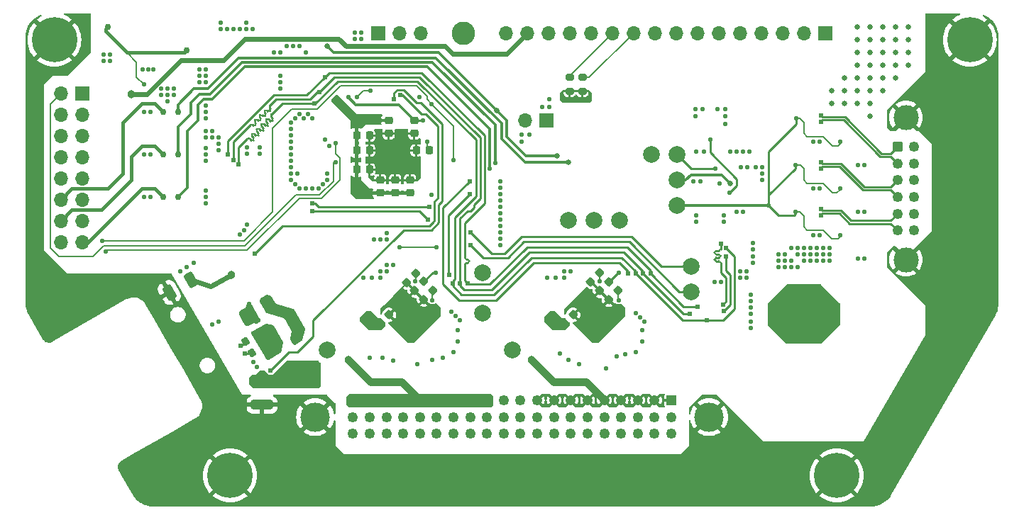
<source format=gbl>
%TF.GenerationSoftware,KiCad,Pcbnew,7.0.1-0*%
%TF.CreationDate,2023-04-03T11:55:14-05:00*%
%TF.ProjectId,plenum,706c656e-756d-42e6-9b69-6361645f7063,1*%
%TF.SameCoordinates,PXc1c9600PY2e063a0*%
%TF.FileFunction,Copper,L4,Bot*%
%TF.FilePolarity,Positive*%
%FSLAX46Y46*%
G04 Gerber Fmt 4.6, Leading zero omitted, Abs format (unit mm)*
G04 Created by KiCad (PCBNEW 7.0.1-0) date 2023-04-03 11:55:14*
%MOMM*%
%LPD*%
G01*
G04 APERTURE LIST*
G04 Aperture macros list*
%AMRoundRect*
0 Rectangle with rounded corners*
0 $1 Rounding radius*
0 $2 $3 $4 $5 $6 $7 $8 $9 X,Y pos of 4 corners*
0 Add a 4 corners polygon primitive as box body*
4,1,4,$2,$3,$4,$5,$6,$7,$8,$9,$2,$3,0*
0 Add four circle primitives for the rounded corners*
1,1,$1+$1,$2,$3*
1,1,$1+$1,$4,$5*
1,1,$1+$1,$6,$7*
1,1,$1+$1,$8,$9*
0 Add four rect primitives between the rounded corners*
20,1,$1+$1,$2,$3,$4,$5,0*
20,1,$1+$1,$4,$5,$6,$7,0*
20,1,$1+$1,$6,$7,$8,$9,0*
20,1,$1+$1,$8,$9,$2,$3,0*%
%AMFreePoly0*
4,1,21,-0.625000,0.375000,-0.605970,0.470671,-0.551777,0.551777,-0.470671,0.605970,-0.375000,0.625000,0.375000,0.625000,0.470671,0.605970,0.551777,0.551777,0.605970,0.470671,0.625000,0.375000,0.625000,-0.375000,0.605970,-0.470671,0.551777,-0.551777,0.470671,-0.605970,0.375000,-0.625000,-0.375000,-0.625000,-0.470671,-0.605970,-0.551777,-0.551777,-0.605970,-0.470671,-0.625000,-0.375000,
-0.625000,0.375000,-0.625000,0.375000,$1*%
G04 Aperture macros list end*
%TA.AperFunction,ComponentPad*%
%ADD10C,2.000000*%
%TD*%
%TA.AperFunction,ComponentPad*%
%ADD11C,5.400000*%
%TD*%
%TA.AperFunction,ComponentPad*%
%ADD12C,2.800000*%
%TD*%
%TA.AperFunction,ComponentPad*%
%ADD13R,1.700000X1.700000*%
%TD*%
%TA.AperFunction,ComponentPad*%
%ADD14O,1.700000X1.700000*%
%TD*%
%TA.AperFunction,ComponentPad*%
%ADD15C,3.000000*%
%TD*%
%TA.AperFunction,ComponentPad*%
%ADD16RoundRect,0.312500X0.312500X-0.312500X0.312500X0.312500X-0.312500X0.312500X-0.312500X-0.312500X0*%
%TD*%
%TA.AperFunction,ComponentPad*%
%ADD17C,1.250000*%
%TD*%
%TA.AperFunction,ComponentPad*%
%ADD18C,3.500000*%
%TD*%
%TA.AperFunction,ComponentPad*%
%ADD19FreePoly0,90.000000*%
%TD*%
%TA.AperFunction,SMDPad,CuDef*%
%ADD20RoundRect,0.250000X1.075000X-0.312500X1.075000X0.312500X-1.075000X0.312500X-1.075000X-0.312500X0*%
%TD*%
%TA.AperFunction,SMDPad,CuDef*%
%ADD21RoundRect,0.225000X-0.017678X0.335876X-0.335876X0.017678X0.017678X-0.335876X0.335876X-0.017678X0*%
%TD*%
%TA.AperFunction,SMDPad,CuDef*%
%ADD22RoundRect,0.250000X0.043542X-0.725417X0.606458X-0.400417X-0.043542X0.725417X-0.606458X0.400417X0*%
%TD*%
%TA.AperFunction,SMDPad,CuDef*%
%ADD23RoundRect,0.225000X0.017678X-0.335876X0.335876X-0.017678X-0.017678X0.335876X-0.335876X0.017678X0*%
%TD*%
%TA.AperFunction,SMDPad,CuDef*%
%ADD24RoundRect,0.225000X0.250000X-0.225000X0.250000X0.225000X-0.250000X0.225000X-0.250000X-0.225000X0*%
%TD*%
%TA.AperFunction,SMDPad,CuDef*%
%ADD25RoundRect,0.225000X-0.225000X-0.250000X0.225000X-0.250000X0.225000X0.250000X-0.225000X0.250000X0*%
%TD*%
%TA.AperFunction,SMDPad,CuDef*%
%ADD26RoundRect,0.250000X-0.043542X0.725417X-0.606458X0.400417X0.043542X-0.725417X0.606458X-0.400417X0*%
%TD*%
%TA.AperFunction,SMDPad,CuDef*%
%ADD27RoundRect,0.200000X0.035705X0.338157X-0.310705X0.138157X-0.035705X-0.338157X0.310705X-0.138157X0*%
%TD*%
%TA.AperFunction,SMDPad,CuDef*%
%ADD28RoundRect,0.225000X0.225000X0.250000X-0.225000X0.250000X-0.225000X-0.250000X0.225000X-0.250000X0*%
%TD*%
%TA.AperFunction,SMDPad,CuDef*%
%ADD29RoundRect,0.200000X-0.275000X0.200000X-0.275000X-0.200000X0.275000X-0.200000X0.275000X0.200000X0*%
%TD*%
%TA.AperFunction,SMDPad,CuDef*%
%ADD30RoundRect,0.200000X-0.035705X-0.338157X0.310705X-0.138157X0.035705X0.338157X-0.310705X0.138157X0*%
%TD*%
%TA.AperFunction,SMDPad,CuDef*%
%ADD31RoundRect,0.225000X-0.250000X0.225000X-0.250000X-0.225000X0.250000X-0.225000X0.250000X0.225000X0*%
%TD*%
%TA.AperFunction,ViaPad*%
%ADD32C,0.660400*%
%TD*%
%TA.AperFunction,ViaPad*%
%ADD33C,0.558800*%
%TD*%
%TA.AperFunction,ViaPad*%
%ADD34C,0.965200*%
%TD*%
%TA.AperFunction,ViaPad*%
%ADD35C,0.609600*%
%TD*%
%TA.AperFunction,ViaPad*%
%ADD36C,0.762000*%
%TD*%
%TA.AperFunction,Conductor*%
%ADD37C,0.254000*%
%TD*%
%TA.AperFunction,Conductor*%
%ADD38C,0.304800*%
%TD*%
%TA.AperFunction,Conductor*%
%ADD39C,0.609600*%
%TD*%
%TA.AperFunction,Conductor*%
%ADD40C,0.203200*%
%TD*%
%TA.AperFunction,Conductor*%
%ADD41C,0.406400*%
%TD*%
%TA.AperFunction,Conductor*%
%ADD42C,0.914400*%
%TD*%
G04 APERTURE END LIST*
D10*
%TO.P,TP13,1,1*%
%TO.N,/microcontroller/TEMP2_READY*%
X-61976000Y-36195000D03*
%TD*%
D11*
%TO.P,H4,1,1*%
%TO.N,GNDPWR*%
X-92075000Y-55626000D03*
%TD*%
D10*
%TO.P,TP16,1,1*%
%TO.N,Net-(U18-CH1)*%
X-80518000Y-40640000D03*
%TD*%
%TO.P,TP4,1,1*%
%TO.N,/microcontroller/TEMP_nRESET*%
X-48641000Y-25146000D03*
%TD*%
D11*
%TO.P,H3,1,1*%
%TO.N,GNDPWR*%
X-19685000Y-55626000D03*
%TD*%
%TO.P,H2,1,1*%
%TO.N,GNDPWR*%
X-113030000Y-3556000D03*
%TD*%
D10*
%TO.P,TP2,1,1*%
%TO.N,Net-(U19-CH1)*%
X-58420000Y-40640000D03*
%TD*%
D12*
%TO.P,TP1,1,1*%
%TO.N,Net-(J9-Pin_3)*%
X-64262000Y-2794000D03*
%TD*%
D13*
%TO.P,J7,1,Pin_1*%
%TO.N,+3V3*%
X-21082000Y-2794000D03*
D14*
%TO.P,J7,2,Pin_2*%
%TO.N,/microcontroller/INTRPT3*%
X-23622000Y-2794000D03*
%TO.P,J7,3,Pin_3*%
%TO.N,/microcontroller/RA3*%
X-26162000Y-2794000D03*
%TO.P,J7,4,Pin_4*%
%TO.N,/microcontroller/RA2*%
X-28702000Y-2794000D03*
%TO.P,J7,5,Pin_5*%
%TO.N,/microcontroller/RA5*%
X-31242000Y-2794000D03*
%TO.P,J7,6,Pin_6*%
%TO.N,/microcontroller/RA4*%
X-33782000Y-2794000D03*
%TO.P,J7,7,Pin_7*%
%TO.N,/microcontroller/RC1*%
X-36322000Y-2794000D03*
%TO.P,J7,8,Pin_8*%
%TO.N,/microcontroller/RC0*%
X-38862000Y-2794000D03*
%TO.P,J7,9,Pin_9*%
%TO.N,/microcontroller/RC2*%
X-41402000Y-2794000D03*
%TO.P,J7,10,Pin_10*%
%TO.N,/microcontroller/UART.TX*%
X-43942000Y-2794000D03*
%TO.P,J7,11,Pin_11*%
%TO.N,/microcontroller/UART.RX*%
X-46482000Y-2794000D03*
%TO.P,J7,12,Pin_12*%
%TO.N,unconnected-(J7-Pin_12-Pad12)*%
X-49022000Y-2794000D03*
%TO.P,J7,13,Pin_13*%
%TO.N,unconnected-(J7-Pin_13-Pad13)*%
X-51562000Y-2794000D03*
%TO.P,J7,14,Pin_14*%
%TO.N,unconnected-(J7-Pin_14-Pad14)*%
X-54102000Y-2794000D03*
%TO.P,J7,15,Pin_15*%
%TO.N,+5V*%
X-56642000Y-2794000D03*
%TO.P,J7,16,Pin_16*%
%TO.N,GND*%
X-59182000Y-2794000D03*
%TD*%
D13*
%TO.P,J9,1,Pin_1*%
%TO.N,+3V3*%
X-74422000Y-2794000D03*
D14*
%TO.P,J9,2,Pin_2*%
%TO.N,/microcontroller/AVDD*%
X-71882000Y-2794000D03*
%TO.P,J9,3,Pin_3*%
%TO.N,Net-(J9-Pin_3)*%
X-69342000Y-2794000D03*
%TD*%
D11*
%TO.P,H1,1,1*%
%TO.N,GNDPWR*%
X-3810000Y-3556000D03*
%TD*%
D10*
%TO.P,TP5,1,1*%
%TO.N,/microcontroller/INTRPT0*%
X-38735000Y-23368000D03*
%TD*%
%TO.P,TP14,1,1*%
%TO.N,/microcontroller/TEMP1_READY*%
X-51689000Y-25146000D03*
%TD*%
%TO.P,TP6,1,1*%
%TO.N,/power/PPS*%
X-38735000Y-20320000D03*
%TD*%
%TO.P,TP12,1,1*%
%TO.N,/microcontroller/SPI.nCS2*%
X-61976000Y-31369000D03*
%TD*%
%TO.P,TP11,1,1*%
%TO.N,/microcontroller/SPI.nCS1*%
X-45593000Y-25146000D03*
%TD*%
D15*
%TO.P,J4,MP,MountPin*%
%TO.N,GNDPWR*%
X-11430000Y-29836000D03*
X-11430000Y-12836000D03*
D16*
%TO.P,J4,a1,Pin_a1*%
%TO.N,/sync/SYNC1+*%
X-12430000Y-16336000D03*
D17*
%TO.P,J4,a2,Pin_a2*%
%TO.N,/sync/SYNC1-*%
X-12430000Y-18336000D03*
%TO.P,J4,a3,Pin_a3*%
%TO.N,/sync/SYNC3+*%
X-12430000Y-20336000D03*
%TO.P,J4,a4,Pin_a4*%
%TO.N,/sync/SYNC3-*%
X-12430000Y-22336000D03*
%TO.P,J4,a5,Pin_a5*%
%TO.N,/sync/SYNC5+*%
X-12430000Y-24336000D03*
%TO.P,J4,a6,Pin_a6*%
%TO.N,/sync/SYNC5-*%
X-12430000Y-26336000D03*
%TO.P,J4,b1,Pin_b1*%
%TO.N,/sync/SYNC2+*%
X-10430000Y-16336000D03*
%TO.P,J4,b2,Pin_b2*%
%TO.N,/sync/SYNC2-*%
X-10430000Y-18336000D03*
%TO.P,J4,b3,Pin_b3*%
%TO.N,/sync/SYNC4+*%
X-10430000Y-20336000D03*
%TO.P,J4,b4,Pin_b4*%
%TO.N,/sync/SYNC4-*%
X-10430000Y-22336000D03*
%TO.P,J4,b5,Pin_b5*%
%TO.N,/sync/SYNC6+*%
X-10430000Y-24336000D03*
%TO.P,J4,b6,Pin_b6*%
%TO.N,/sync/SYNC6-*%
X-10430000Y-26336000D03*
%TD*%
D13*
%TO.P,J1,1,Pin_1*%
%TO.N,Net-(J1-Pin_1)*%
X-54351000Y-13208000D03*
D14*
%TO.P,J1,2,Pin_2*%
%TO.N,Net-(J1-Pin_2)*%
X-56891000Y-13208000D03*
%TD*%
D10*
%TO.P,TP9,1,1*%
%TO.N,/microcontroller/SPI.nCS5*%
X-37084000Y-30607000D03*
%TD*%
%TO.P,TP8,1,1*%
%TO.N,/sync/nQ*%
X-41783000Y-17272000D03*
%TD*%
%TO.P,TP10,1,1*%
%TO.N,/microcontroller/SPI.nCS6*%
X-37084000Y-33655000D03*
%TD*%
D18*
%TO.P,J3,MP,MountPin*%
%TO.N,GNDPWR*%
X-81920000Y-48641000D03*
X-34920000Y-48641000D03*
D19*
%TO.P,J3,a1*%
%TO.N,/rtd/TEMP1.RSENSE*%
X-39420000Y-46641000D03*
D17*
%TO.P,J3,a2*%
X-41420000Y-46641000D03*
%TO.P,J3,a3*%
X-43420000Y-46641000D03*
%TO.P,J3,a4*%
X-45420000Y-46641000D03*
%TO.P,J3,a5*%
X-47420000Y-46641000D03*
%TO.P,J3,a6*%
X-49420000Y-46641000D03*
%TO.P,J3,a7*%
X-51420000Y-46641000D03*
%TO.P,J3,a8*%
X-53420000Y-46641000D03*
%TO.P,J3,a9*%
X-55420000Y-46641000D03*
%TO.P,J3,a10*%
%TO.N,GND*%
X-57420000Y-46641000D03*
%TO.P,J3,a11*%
X-59420000Y-46641000D03*
%TO.P,J3,a12*%
%TO.N,/rtd/TEMP2.RSENSE*%
X-61420000Y-46641000D03*
%TO.P,J3,a13*%
X-63420000Y-46641000D03*
%TO.P,J3,a14*%
X-65420000Y-46641000D03*
%TO.P,J3,a15*%
X-67420000Y-46641000D03*
%TO.P,J3,a16*%
X-69420000Y-46641000D03*
%TO.P,J3,a17*%
X-71420000Y-46641000D03*
%TO.P,J3,a18*%
X-73420000Y-46641000D03*
%TO.P,J3,a19*%
X-75420000Y-46641000D03*
%TO.P,J3,a20*%
X-77420000Y-46641000D03*
%TO.P,J3,b1*%
%TO.N,/rtd/TEMP1.CH20*%
X-39420000Y-48641000D03*
%TO.P,J3,b2*%
%TO.N,/rtd/TEMP1.CH18*%
X-41420000Y-48641000D03*
%TO.P,J3,b3*%
%TO.N,/rtd/TEMP1.CH16*%
X-43420000Y-48641000D03*
%TO.P,J3,b4*%
%TO.N,/rtd/TEMP1.CH14*%
X-45420000Y-48641000D03*
%TO.P,J3,b5*%
%TO.N,/rtd/TEMP1.CH12*%
X-47420000Y-48641000D03*
%TO.P,J3,b6*%
%TO.N,/rtd/TEMP1.CH10*%
X-49420000Y-48641000D03*
%TO.P,J3,b7*%
%TO.N,/rtd/TEMP1.CH8*%
X-51420000Y-48641000D03*
%TO.P,J3,b8*%
%TO.N,/rtd/TEMP1.CH6*%
X-53420000Y-48641000D03*
%TO.P,J3,b9*%
%TO.N,/rtd/TEMP1.CH4*%
X-55420000Y-48641000D03*
%TO.P,J3,b10*%
%TO.N,GND*%
X-57420000Y-48641000D03*
%TO.P,J3,b11*%
X-59420000Y-48641000D03*
%TO.P,J3,b12*%
%TO.N,/rtd/TEMP2.CH20*%
X-61420000Y-48641000D03*
%TO.P,J3,b13*%
%TO.N,/rtd/TEMP2.CH18*%
X-63420000Y-48641000D03*
%TO.P,J3,b14*%
%TO.N,/rtd/TEMP2.CH16*%
X-65420000Y-48641000D03*
%TO.P,J3,b15*%
%TO.N,/rtd/TEMP2.CH14*%
X-67420000Y-48641000D03*
%TO.P,J3,b16*%
%TO.N,/rtd/TEMP2.CH12*%
X-69420000Y-48641000D03*
%TO.P,J3,b17*%
%TO.N,/rtd/TEMP2.CH10*%
X-71420000Y-48641000D03*
%TO.P,J3,b18*%
%TO.N,/rtd/TEMP2.CH8*%
X-73420000Y-48641000D03*
%TO.P,J3,b19*%
%TO.N,/rtd/TEMP2.CH6*%
X-75420000Y-48641000D03*
%TO.P,J3,b20*%
%TO.N,/rtd/TEMP2.CH4*%
X-77420000Y-48641000D03*
%TO.P,J3,c1*%
%TO.N,/rtd/TEMP1.CH19*%
X-39420000Y-50641000D03*
%TO.P,J3,c2*%
%TO.N,/rtd/TEMP1.CH17*%
X-41420000Y-50641000D03*
%TO.P,J3,c3*%
%TO.N,/rtd/TEMP1.CH15*%
X-43420000Y-50641000D03*
%TO.P,J3,c4*%
%TO.N,/rtd/TEMP1.CH13*%
X-45420000Y-50641000D03*
%TO.P,J3,c5*%
%TO.N,/rtd/TEMP1.CH11*%
X-47420000Y-50641000D03*
%TO.P,J3,c6*%
%TO.N,/rtd/TEMP1.CH9*%
X-49420000Y-50641000D03*
%TO.P,J3,c7*%
%TO.N,/rtd/TEMP1.CH7*%
X-51420000Y-50641000D03*
%TO.P,J3,c8*%
%TO.N,/rtd/TEMP1.CH5*%
X-53420000Y-50641000D03*
%TO.P,J3,c9*%
%TO.N,/rtd/TEMP1.CH3*%
X-55420000Y-50641000D03*
%TO.P,J3,c10*%
%TO.N,GND*%
X-57420000Y-50641000D03*
%TO.P,J3,c11*%
X-59420000Y-50641000D03*
%TO.P,J3,c12*%
%TO.N,/rtd/TEMP2.CH19*%
X-61420000Y-50641000D03*
%TO.P,J3,c13*%
%TO.N,/rtd/TEMP2.CH17*%
X-63420000Y-50641000D03*
%TO.P,J3,c14*%
%TO.N,/rtd/TEMP2.CH15*%
X-65420000Y-50641000D03*
%TO.P,J3,c15*%
%TO.N,/rtd/TEMP2.CH13*%
X-67420000Y-50641000D03*
%TO.P,J3,c16*%
%TO.N,/rtd/TEMP2.CH11*%
X-69420000Y-50641000D03*
%TO.P,J3,c17*%
%TO.N,/rtd/TEMP2.CH9*%
X-71420000Y-50641000D03*
%TO.P,J3,c18*%
%TO.N,/rtd/TEMP2.CH7*%
X-73420000Y-50641000D03*
%TO.P,J3,c19*%
%TO.N,/rtd/TEMP2.CH5*%
X-75420000Y-50641000D03*
%TO.P,J3,c20*%
%TO.N,/rtd/TEMP2.CH3*%
X-77420000Y-50641000D03*
%TD*%
D10*
%TO.P,TP7,1,1*%
%TO.N,/sync/Q*%
X-38735000Y-17272000D03*
%TD*%
D20*
%TO.P,R11,1*%
%TO.N,GNDPWR*%
X-88265000Y-47182500D03*
%TO.P,R11,2*%
%TO.N,GND*%
X-88265000Y-44257500D03*
%TD*%
D21*
%TO.P,C32,1*%
%TO.N,GND*%
X-73111992Y-36408992D03*
%TO.P,C32,2*%
%TO.N,/rtd/VREF2*%
X-74208008Y-37505008D03*
%TD*%
D22*
%TO.P,C50,1*%
%TO.N,Net-(C50-Pad1)*%
X-90102654Y-36587973D03*
%TO.P,C50,2*%
%TO.N,GND*%
X-87547880Y-35112973D03*
%TD*%
D23*
%TO.P,C30,1*%
%TO.N,GND*%
X-68958357Y-34608274D03*
%TO.P,C30,2*%
%TO.N,/rtd/LDO2*%
X-67862341Y-33512258D03*
%TD*%
D21*
%TO.P,C33,1*%
%TO.N,GND*%
X-51140992Y-36408992D03*
%TO.P,C33,2*%
%TO.N,/rtd/VREF1*%
X-52237008Y-37505008D03*
%TD*%
D24*
%TO.P,C6,1*%
%TO.N,+3V3*%
X-70612000Y-21857000D03*
%TO.P,C6,2*%
%TO.N,GND*%
X-70612000Y-20307000D03*
%TD*%
D25*
%TO.P,C10,1*%
%TO.N,+3V3*%
X-76975000Y-19050000D03*
%TO.P,C10,2*%
%TO.N,GND*%
X-75425000Y-19050000D03*
%TD*%
D23*
%TO.P,C36,1*%
%TO.N,GND*%
X-70035988Y-33530644D03*
%TO.P,C36,2*%
%TO.N,+3V3*%
X-68939972Y-32434628D03*
%TD*%
D24*
%TO.P,C9,1*%
%TO.N,+3V3*%
X-74168000Y-21857000D03*
%TO.P,C9,2*%
%TO.N,GND*%
X-74168000Y-20307000D03*
%TD*%
D26*
%TO.P,C49,1*%
%TO.N,Net-(C49-Pad1)*%
X-96766613Y-32282500D03*
%TO.P,C49,2*%
%TO.N,GNDPWR*%
X-99321387Y-33757500D03*
%TD*%
D27*
%TO.P,R8,1*%
%TO.N,+3V3*%
X-88058529Y-40100500D03*
%TO.P,R8,2*%
%TO.N,/eth_phy/ETHTXJ_P*%
X-89487471Y-40925500D03*
%TD*%
D23*
%TO.P,C37,1*%
%TO.N,GND*%
X-47970235Y-33548578D03*
%TO.P,C37,2*%
%TO.N,+3V3*%
X-46874219Y-32452562D03*
%TD*%
%TO.P,C28,1*%
%TO.N,GND*%
X-71033008Y-32552008D03*
%TO.P,C28,2*%
%TO.N,Net-(U18-Q3)*%
X-69936992Y-31455992D03*
%TD*%
D13*
%TO.P,J2,1,Pin_1*%
%TO.N,+5V*%
X-109728000Y-9942830D03*
D14*
%TO.P,J2,2,Pin_2*%
%TO.N,/microcontroller/PGC*%
X-112268000Y-9942830D03*
%TO.P,J2,3,Pin_3*%
%TO.N,+5V*%
X-109728000Y-12482830D03*
%TO.P,J2,4,Pin_4*%
%TO.N,/microcontroller/PGD*%
X-112268000Y-12482830D03*
%TO.P,J2,5,Pin_5*%
%TO.N,/power/SCK*%
X-109728000Y-15022830D03*
%TO.P,J2,6,Pin_6*%
%TO.N,GND*%
X-112268000Y-15022830D03*
%TO.P,J2,7,Pin_7*%
%TO.N,/power/SDI*%
X-109728000Y-17562830D03*
%TO.P,J2,8,Pin_8*%
%TO.N,+3V3*%
X-112268000Y-17562830D03*
%TO.P,J2,9,Pin_9*%
%TO.N,/power/SDO*%
X-109728000Y-20102830D03*
%TO.P,J2,10,Pin_10*%
%TO.N,/microcontroller/nMCLR*%
X-112268000Y-20102830D03*
%TO.P,J2,11,Pin_11*%
%TO.N,/power/nCS3*%
X-109728000Y-22642830D03*
%TO.P,J2,12,Pin_12*%
%TO.N,/power/PPS_in*%
X-112268000Y-22642830D03*
%TO.P,J2,13,Pin_13*%
%TO.N,/power/nCS4*%
X-109728000Y-25182830D03*
%TO.P,J2,14,Pin_14*%
%TO.N,/power/SHUTTER_in*%
X-112268000Y-25182830D03*
%TO.P,J2,15,Pin_15*%
%TO.N,/power/PRELAUNCH_in*%
X-109728000Y-27722830D03*
%TO.P,J2,16,Pin_16*%
%TO.N,GND*%
X-112268000Y-27722830D03*
%TD*%
D25*
%TO.P,C4,1*%
%TO.N,+3V3*%
X-76975000Y-14986000D03*
%TO.P,C4,2*%
%TO.N,GND*%
X-75425000Y-14986000D03*
%TD*%
D28*
%TO.P,C54,1*%
%TO.N,/microcontroller/VDDCORE*%
X-68313000Y-16764000D03*
%TO.P,C54,2*%
%TO.N,GND*%
X-69863000Y-16764000D03*
%TD*%
D25*
%TO.P,C8,1*%
%TO.N,+3V3*%
X-76975000Y-16764000D03*
%TO.P,C8,2*%
%TO.N,GND*%
X-75425000Y-16764000D03*
%TD*%
D23*
%TO.P,C29,1*%
%TO.N,GND*%
X-49038673Y-32461755D03*
%TO.P,C29,2*%
%TO.N,Net-(U19-Q3)*%
X-47942657Y-31365739D03*
%TD*%
D29*
%TO.P,R26,1*%
%TO.N,/microcontroller/UART.RX*%
X-51562000Y-8065000D03*
%TO.P,R26,2*%
%TO.N,+3V3*%
X-51562000Y-9715000D03*
%TD*%
D24*
%TO.P,C5,1*%
%TO.N,+3V3*%
X-72390000Y-21857000D03*
%TO.P,C5,2*%
%TO.N,GND*%
X-72390000Y-20307000D03*
%TD*%
D22*
%TO.P,C51,1*%
%TO.N,+3V3*%
X-87068330Y-38795574D03*
%TO.P,C51,2*%
%TO.N,GND*%
X-84513556Y-37320574D03*
%TD*%
D30*
%TO.P,R9,1*%
%TO.N,/eth_phy/ETHTXJ_N*%
X-90249471Y-39605677D03*
%TO.P,R9,2*%
%TO.N,+3V3*%
X-88820529Y-38780677D03*
%TD*%
D31*
%TO.P,C11,1*%
%TO.N,/microcontroller/AVDD*%
X-70104000Y-13195000D03*
%TO.P,C11,2*%
%TO.N,GND*%
X-70104000Y-14745000D03*
%TD*%
%TO.P,C7,1*%
%TO.N,+3V3*%
X-73152000Y-13195000D03*
%TO.P,C7,2*%
%TO.N,GND*%
X-73152000Y-14745000D03*
%TD*%
D29*
%TO.P,R25,1*%
%TO.N,/microcontroller/UART.TX*%
X-50038000Y-8065000D03*
%TO.P,R25,2*%
%TO.N,+3V3*%
X-50038000Y-9715000D03*
%TD*%
D23*
%TO.P,C31,1*%
%TO.N,GND*%
X-46892604Y-34626209D03*
%TO.P,C31,2*%
%TO.N,/rtd/LDO1*%
X-45796588Y-33530193D03*
%TD*%
D32*
%TO.N,GND*%
X-18796000Y-9652000D03*
D33*
X-80264000Y-16256000D03*
X-89408000Y-2286000D03*
D32*
X-17272000Y-8128000D03*
X-17272000Y-3556000D03*
D33*
X-47975184Y-35529185D03*
X-90170000Y-2286000D03*
X-94996000Y-16510000D03*
X-82804000Y-12446000D03*
D32*
X-22098000Y-33528000D03*
D33*
X-96393000Y-30226000D03*
X-48514000Y-36068000D03*
D32*
X-20320000Y-9652000D03*
D33*
X-92456000Y-2286000D03*
X-95758000Y-7874000D03*
X-85852000Y-43942000D03*
X-73406000Y-16002000D03*
X-73406000Y-27432000D03*
X-95758000Y-8636000D03*
D32*
X-15748000Y-11176000D03*
D33*
X-49591630Y-36068000D03*
D32*
X-17272000Y-6604000D03*
X-11176000Y-5080000D03*
D33*
X-93218000Y-1524000D03*
X-29971999Y-35559999D03*
X-71882000Y-19050000D03*
X-85090000Y-42418000D03*
X-49052815Y-36606816D03*
X-22479000Y-15748000D03*
X-71120000Y-19050000D03*
X-74930000Y-27432000D03*
D32*
X-26670000Y-36322000D03*
X-14224000Y-9652000D03*
X-23622000Y-37846000D03*
D33*
X-84836000Y-18796000D03*
X-71120000Y-17526000D03*
X-84836000Y-16510000D03*
X-102362000Y-12192000D03*
X-73406000Y-19050000D03*
D32*
X-12700000Y-6604000D03*
D33*
X-70485000Y-36068000D03*
X-94996000Y-12192000D03*
X-30099000Y-16891000D03*
X-70485000Y-34990370D03*
X-80518000Y-19558000D03*
X-74168000Y-16002000D03*
X-72644000Y-17526000D03*
X-33147000Y-25273000D03*
X-90932000Y-2286000D03*
X-90424000Y-26289000D03*
X-22479000Y-26924000D03*
X-88265000Y-43307000D03*
D32*
X-12700000Y-5080000D03*
D33*
X-29718000Y-30225999D03*
D32*
X-22098000Y-37846000D03*
D33*
X-71023815Y-36606816D03*
X-65659000Y-36068000D03*
D32*
X-14224000Y-8128000D03*
D33*
X-94996000Y-17272000D03*
X-71120000Y-16002000D03*
D32*
X-17272000Y-5080000D03*
D33*
X-81534000Y-21336000D03*
X-21717000Y-15748000D03*
X-53213000Y-32004000D03*
X-84328000Y-20828000D03*
X-94996000Y-21590000D03*
D32*
X-15748000Y-3556000D03*
D33*
X-16383000Y-24130000D03*
X-33527999Y-32512000D03*
X-84328000Y-43180000D03*
X-84836000Y-18034000D03*
X-22479000Y-21336000D03*
X-47436369Y-36068000D03*
X-86106000Y-7874000D03*
X-94996000Y-12954000D03*
X-16383000Y-18542000D03*
X-17145000Y-29718000D03*
X-68072000Y-22098000D03*
X-101600000Y-17272000D03*
X-36576000Y-12700000D03*
X-90932000Y-26797000D03*
X-84836000Y-19558000D03*
X-74168000Y-18288000D03*
X-85090000Y-44704000D03*
X-30861000Y-16891000D03*
X-94996000Y-18034000D03*
X-84836000Y-14224000D03*
X-94996000Y-23114000D03*
X-84328000Y-43942000D03*
X-106426000Y-6096000D03*
D32*
X-15748000Y-6604000D03*
X-25146000Y-36322000D03*
D33*
X-74168000Y-16764000D03*
X-76454001Y-2667000D03*
X-69407369Y-36068000D03*
X-84836000Y-13462000D03*
X-84328000Y-44704000D03*
D32*
X-20574000Y-34798000D03*
D33*
X-35941000Y-20447000D03*
X-84074000Y-19558000D03*
D32*
X-14224000Y-3556000D03*
D33*
X-36830000Y-20447000D03*
X-101858000Y-7112000D03*
D32*
X-15748000Y-9652000D03*
D33*
X-64643000Y-37084000D03*
D32*
X-14224000Y-5080000D03*
D33*
X-88519000Y-16383000D03*
X-82296000Y-12954000D03*
X-107188000Y-6096000D03*
X-31115000Y-18796000D03*
X-69946184Y-35529185D03*
D32*
X-25146000Y-39116000D03*
D33*
X-36449000Y-16891000D03*
D32*
X-18796000Y-8128000D03*
X-23622000Y-36322000D03*
X-20574000Y-36322000D03*
X-23622000Y-34798000D03*
D33*
X-21717000Y-26924000D03*
X-71120000Y-18288000D03*
X-102489000Y-7112000D03*
X-29971999Y-36322000D03*
X-89281000Y-42037000D03*
X-77216001Y-3429000D03*
X-57277000Y-15748000D03*
X-101219000Y-7112000D03*
X-72644000Y-19050000D03*
X-16383000Y-29718000D03*
X-85852000Y-43180000D03*
X-35687000Y-11811000D03*
D32*
X-15748000Y-12700000D03*
D33*
X-84328000Y-12954000D03*
D32*
X-20574000Y-37846000D03*
D33*
X-72644000Y-18288000D03*
X-76200000Y-32004000D03*
X-42672000Y-37211000D03*
X-71562630Y-36068000D03*
X-98044000Y-31242000D03*
D32*
X-26670000Y-34798000D03*
D33*
X-94996000Y-22352000D03*
X-73406000Y-16764000D03*
X-91694000Y-2286000D03*
D32*
X-11176000Y-2032000D03*
D33*
X-29971999Y-34036000D03*
X-72644000Y-16764000D03*
X-101600000Y-12192000D03*
X-84444988Y-39627338D03*
X-17145000Y-18542000D03*
X-56388000Y-14859000D03*
D32*
X-20320000Y-11176000D03*
D33*
X-77216001Y-2667000D03*
X-90170000Y-1524000D03*
X-72644000Y-16002000D03*
X-71023815Y-35529185D03*
D32*
X-15748000Y-8128000D03*
D33*
X-85296620Y-35866266D03*
D32*
X-12700000Y-8128000D03*
D33*
X-90043000Y-25654000D03*
D32*
X-14224000Y-2032000D03*
D33*
X-83785077Y-39246337D03*
D32*
X-17272000Y-11176000D03*
D33*
X-35560000Y-16891000D03*
X-54229000Y-32004000D03*
X-86106000Y-8636000D03*
X-34289999Y-32512001D03*
D32*
X-25146000Y-34798000D03*
D33*
X-84836000Y-17272000D03*
X-102362000Y-17272000D03*
X-36576000Y-11811000D03*
X-57277000Y-14859000D03*
X-48514000Y-34990370D03*
X-93218000Y-2286000D03*
D32*
X-11176000Y-6604000D03*
X-25146000Y-33528000D03*
X-23622000Y-39116000D03*
D33*
X-83820000Y-12446000D03*
X-84328000Y-42418000D03*
X-106426000Y-5334000D03*
D32*
X-22098000Y-36322000D03*
X-22098000Y-39116000D03*
D33*
X-83820000Y-21336000D03*
D32*
X-22098000Y-34798000D03*
X-17272000Y-2032000D03*
D33*
X-102362000Y-22352000D03*
X-81026000Y-20828000D03*
X-30861000Y-24130000D03*
X-84836000Y-20320000D03*
X-69946184Y-36606816D03*
X-86106000Y-9398000D03*
X-70485000Y-37145631D03*
X-94996000Y-11430000D03*
D32*
X-23622000Y-33528000D03*
D33*
X-80518000Y-20320000D03*
D32*
X-25146000Y-37846000D03*
D33*
X-43688000Y-36195000D03*
X-75184000Y-32004000D03*
X-29717999Y-29464001D03*
X-31623000Y-24130000D03*
D32*
X-14224000Y-6604000D03*
X-18796000Y-11176000D03*
D33*
X-73406000Y-26670000D03*
X-73406000Y-18288000D03*
D32*
X-15748000Y-2032000D03*
D33*
X-80772000Y-15494000D03*
X-71882000Y-16002000D03*
X-83312000Y-12954000D03*
X-94996000Y-8636000D03*
D32*
X-15748000Y-5080000D03*
D33*
X-33655000Y-20701000D03*
X-43180000Y-36703000D03*
D32*
X-12700000Y-2032000D03*
D33*
X-30353000Y-18796000D03*
X-85852000Y-44704000D03*
X-94996000Y-7874000D03*
X-95758000Y-7112000D03*
X-74168000Y-27432000D03*
X-83058000Y-21336000D03*
X-97282000Y-30734000D03*
X-71882000Y-16764000D03*
D32*
X-26670000Y-37846000D03*
X-17272000Y-9652000D03*
D33*
X-29972000Y-34798000D03*
X-33147000Y-24511000D03*
X-88900000Y-42672000D03*
X-107188000Y-5334000D03*
X-71882000Y-18288000D03*
X-82296000Y-21336000D03*
X-94996000Y-7112000D03*
X-76454000Y-3429000D03*
D32*
X-11176000Y-3556000D03*
D33*
X-47975184Y-36606816D03*
X-84836000Y-15748000D03*
X-65151000Y-36576000D03*
X-85090000Y-43180000D03*
X-49052815Y-35529185D03*
X-73406000Y-17526000D03*
X-71120000Y-16764000D03*
X-85090000Y-43942000D03*
X-17145000Y-24130000D03*
X-88519000Y-17145000D03*
X-74168000Y-19050000D03*
X-71882000Y-17526000D03*
X-21717000Y-21336000D03*
X-101600000Y-22352000D03*
X-84836000Y-14986000D03*
X-74168000Y-17526000D03*
D32*
X-12700000Y-3556000D03*
D33*
X-48514000Y-37145631D03*
%TO.N,+3V3*%
X-23622000Y-28448000D03*
X-94996000Y-14478000D03*
X-53974999Y-10667999D03*
X-29972000Y-37973000D03*
X-100330000Y-10160000D03*
X-59817000Y-22733000D03*
X-94234000Y-15240000D03*
X-69469000Y-10414000D03*
X-25146000Y-28448000D03*
X-30479999Y-31241999D03*
X-23622000Y-29210000D03*
X-22860000Y-28448000D03*
X-32385000Y-16891000D03*
X-59817000Y-28067000D03*
X-28575000Y-20320000D03*
X-59817000Y-23495000D03*
X-22860000Y-29210000D03*
X-31623000Y-16891000D03*
X-52324000Y-10668000D03*
X-24384000Y-29210000D03*
X-74168000Y-31242000D03*
X-50038000Y-10668000D03*
X-86868000Y-5080000D03*
X-77089000Y-21336000D03*
X-51562000Y-10668000D03*
X-72644000Y-30480000D03*
X-22860000Y-29972000D03*
X-59817000Y-27305000D03*
X-99568000Y-9398000D03*
X-52197000Y-31242000D03*
X-98806000Y-9398000D03*
X-59817000Y-26543000D03*
X-26670000Y-29972000D03*
X-86314737Y-40706837D03*
X-22098000Y-29972000D03*
X-87634559Y-41468837D03*
X-77978000Y-12192000D03*
X-33020000Y-11811000D03*
X-20574000Y-29210000D03*
X-29717999Y-28575000D03*
X-29971999Y-37211000D03*
X-31241998Y-32004000D03*
X-84582000Y-4318000D03*
X-77216000Y-12954000D03*
X-93472000Y-16002000D03*
X-29337000Y-18796000D03*
X-86974648Y-41087837D03*
X-76962000Y-15875000D03*
X-22098000Y-29210000D03*
X-25146000Y-30734000D03*
X-25908000Y-30734000D03*
X-36449000Y-25273000D03*
X-59817000Y-21209000D03*
X-33020000Y-13589000D03*
X-22098000Y-28448000D03*
X-25908000Y-29972000D03*
X-59817000Y-21971000D03*
X-76454000Y-21971000D03*
X-54864000Y-11557000D03*
X-21336000Y-28448000D03*
X-59817000Y-20447000D03*
X-20574000Y-29972000D03*
X-94234000Y-37592000D03*
X-21336000Y-29972000D03*
X-100330000Y-9398000D03*
X-73279000Y-21844000D03*
X-94234000Y-14478000D03*
X-25146000Y-29972000D03*
X-53975001Y-11556998D03*
X-49276000Y-10668000D03*
X-73406000Y-31242000D03*
X-93472000Y-15240000D03*
X-59817000Y-25781000D03*
X-30480000Y-32004000D03*
X-90043000Y-16383000D03*
X-83820000Y-4318000D03*
X-25908000Y-29210000D03*
X-85344000Y-4318000D03*
X-79502000Y-10668000D03*
X-33909000Y-11811000D03*
X-33020000Y-12700000D03*
X-74168000Y-13208000D03*
X-20574000Y-28448000D03*
X-21336000Y-29210000D03*
X-24384000Y-30734000D03*
X-28575000Y-18796000D03*
X-99568000Y-10160000D03*
X-51435000Y-31242000D03*
X-23622000Y-29972000D03*
X-98806000Y-10160000D03*
X-52197000Y-32004000D03*
X-78740000Y-11430000D03*
X-36449000Y-24511000D03*
X-86106000Y-5080000D03*
X-26670000Y-29210000D03*
X-73406000Y-30480000D03*
X-45720000Y-31369000D03*
X-94996000Y-15240000D03*
X-83058000Y-5080000D03*
X-67564000Y-31369000D03*
X-29718000Y-27813000D03*
X-71501000Y-21844000D03*
X-90043000Y-17145000D03*
X-99568000Y-10922000D03*
X-93472000Y-16764000D03*
X-31241999Y-31242001D03*
X-59817000Y-24257000D03*
X-93472000Y-37211000D03*
X-24384000Y-28448000D03*
X-26670000Y-30734000D03*
X-74168000Y-32004000D03*
X-28575000Y-19558000D03*
X-50800000Y-10668000D03*
X-59817000Y-25019000D03*
%TO.N,/microcontroller/AVDD*%
X-69088000Y-13208000D03*
X-77978000Y-10414000D03*
D34*
%TO.N,+5V*%
X-103886000Y-10033000D03*
D33*
%TO.N,Net-(U18-Q3)*%
X-69977000Y-32385000D03*
%TO.N,Net-(U19-Q3)*%
X-48006000Y-32385000D03*
D35*
%TO.N,/microcontroller/SPI.nCS3*%
X-68326000Y-23495000D03*
X-82296000Y-23114000D03*
%TO.N,/microcontroller/SPI.nCS4*%
X-68453000Y-25019001D03*
X-82296000Y-24003000D03*
%TO.N,/microcontroller/SPI.SCK*%
X-63754000Y-32639000D03*
X-80772000Y-8001000D03*
X-33274000Y-35179000D03*
X-36322000Y-35433000D03*
X-41910000Y-31496000D03*
X-33528000Y-27882999D03*
X-92329000Y-17272000D03*
%TO.N,/microcontroller/SPI.SDI*%
X-42799000Y-31496000D03*
X-91694000Y-17907000D03*
X-37211000Y-36322000D03*
X-32893000Y-29464000D03*
X-81420778Y-9779000D03*
X-33147000Y-35941000D03*
X-64643000Y-32639000D03*
D36*
%TO.N,/power/SHUTTER_in*%
X-100076000Y-17272000D03*
D35*
%TO.N,/microcontroller/SPI.SDO*%
X-65532000Y-32639000D03*
X-82042000Y-11176000D03*
X-43688000Y-31496000D03*
X-32893000Y-28448000D03*
X-91059000Y-18415000D03*
X-35179000Y-37084000D03*
D36*
%TO.N,/power/PPS_in*%
X-100076000Y-12192000D03*
D33*
%TO.N,/microcontroller/nMCLR*%
X-65405000Y-17907000D03*
X-107315000Y-27559000D03*
X-68008500Y-11239500D03*
D32*
%TO.N,/microcontroller/UNLAUNCH*%
X-80518000Y-4318000D03*
X-60275631Y-11987369D03*
X-53086000Y-17399000D03*
D36*
%TO.N,/power/PRELAUNCH_in*%
X-100076000Y-22352000D03*
%TO.N,/power/3V3_EN*%
X-97282000Y-4826000D03*
D33*
X-102362000Y-8890000D03*
D36*
X-106680000Y-2032000D03*
D33*
%TO.N,/microcontroller/INTRPT2*%
X-60452000Y-18288000D03*
D36*
X-98298000Y-17272000D03*
D33*
%TO.N,/microcontroller/INTRPT0*%
X-24511000Y-12954000D03*
X-24638000Y-24130000D03*
X-24638000Y-18542000D03*
X-19304000Y-21336000D03*
X-19304000Y-15748000D03*
X-27813000Y-23368000D03*
X-19304000Y-26924000D03*
%TO.N,/microcontroller/INTRPT1*%
X-61087000Y-18923000D03*
D36*
X-98298000Y-22352000D03*
D33*
X-34798000Y-15494000D03*
X-32512000Y-21844000D03*
D35*
%TO.N,/microcontroller/SPI.nCS2*%
X-63500000Y-21971000D03*
X-65913000Y-31623000D03*
%TO.N,/microcontroller/SPI.nCS1*%
X-63500000Y-20447000D03*
X-44577000Y-31496000D03*
D33*
%TO.N,/microcontroller/PGD*%
X-79502000Y-15875000D03*
X-106934000Y-28829000D03*
%TO.N,/microcontroller/PGC*%
X-79502000Y-18161000D03*
%TO.N,/microcontroller/TEMP2_READY*%
X-67437000Y-28321000D03*
X-71882000Y-28321000D03*
%TO.N,/sync/Q*%
X-34163000Y-18923000D03*
D35*
%TO.N,/sync/SYNC1-*%
X-21580262Y-13323070D03*
%TO.N,/sync/SYNC1+*%
X-21572544Y-12584468D03*
%TO.N,/sync/SYNC3-*%
X-21590000Y-18911573D03*
%TO.N,/sync/SYNC3+*%
X-21590000Y-18172930D03*
%TO.N,/sync/SYNC5-*%
X-21590000Y-24499070D03*
%TO.N,/sync/SYNC5+*%
X-21573333Y-23760615D03*
%TO.N,/microcontroller/SPI.nCS6*%
X-63373000Y-28067000D03*
%TO.N,/microcontroller/SPI.nCS5*%
X-63373000Y-26543000D03*
D32*
%TO.N,GNDPWR*%
X-82550000Y-55626000D03*
X-106680000Y-34671000D03*
X-44450000Y-53721000D03*
X-3810000Y-17526000D03*
X-7620000Y-13716000D03*
X-3810000Y-34671000D03*
X-92075000Y-48006000D03*
X-114300000Y-32766000D03*
X-7620000Y-36576000D03*
X-67310000Y-53721000D03*
X-3810000Y-36576000D03*
X-52070000Y-55626000D03*
D33*
X-101346000Y-53340000D03*
D32*
X-38735000Y-55626000D03*
X-34925000Y-55626000D03*
X-29210000Y-53721000D03*
X-7620000Y-32766000D03*
X-31115000Y-53721000D03*
X-114300000Y-34671000D03*
X-3810000Y-13716000D03*
X-59690000Y-55626000D03*
X-42545000Y-55626000D03*
D33*
X-110363000Y-35941000D03*
D32*
X-78740000Y-55626000D03*
X-74930000Y-55626000D03*
X-27305000Y-53721000D03*
X-3810000Y-30861000D03*
X-93980000Y-49911000D03*
X-90170000Y-51816000D03*
X-38735000Y-53721000D03*
X-3810000Y-23241000D03*
X-7620000Y-21336000D03*
X-48260000Y-55626000D03*
X-101600000Y-55626000D03*
X-76835000Y-53721000D03*
X-25400000Y-53721000D03*
X-5715000Y-25146000D03*
X-36830000Y-55626000D03*
X-69215000Y-53721000D03*
X-88265000Y-51816000D03*
X-5715000Y-17526000D03*
X-3810000Y-27051000D03*
X-7620000Y-34671000D03*
X-78740000Y-53721000D03*
X-5715000Y-34671000D03*
X-97790000Y-51816000D03*
X-5715000Y-21336000D03*
X-36830000Y-53721000D03*
X-73025000Y-53721000D03*
X-25400000Y-55626000D03*
X-59690000Y-53721000D03*
X-5715000Y-8001000D03*
X-99695000Y-55626000D03*
X-3810000Y-21336000D03*
X-33020000Y-55626000D03*
X-82550000Y-53721000D03*
X-7620000Y-15621000D03*
X-55880000Y-53721000D03*
X-48260000Y-53721000D03*
X-86360000Y-51816000D03*
X-34925000Y-53721000D03*
X-74930000Y-53721000D03*
D33*
X-109474000Y-35560000D03*
D32*
X-106680000Y-32766000D03*
X-63500000Y-55626000D03*
D33*
X-100457000Y-52832000D03*
X-108204000Y-36195000D03*
D32*
X-63500000Y-53721000D03*
X-65405000Y-55626000D03*
X-5715000Y-28956000D03*
X-53975000Y-53721000D03*
X-40640000Y-55626000D03*
X-80645000Y-53721000D03*
X-5715000Y-13716000D03*
X-84455000Y-53721000D03*
X-88265000Y-49911000D03*
X-53975000Y-55626000D03*
X-3810000Y-32766000D03*
X-7620000Y-23241000D03*
X-5715000Y-27051000D03*
X-31115000Y-55626000D03*
X-5715000Y-11811000D03*
X-42545000Y-53721000D03*
X-90170000Y-49911000D03*
X-50165000Y-53721000D03*
X-7620000Y-19431000D03*
X-40640000Y-53721000D03*
X-92075000Y-49911000D03*
X-65405000Y-53721000D03*
X-86360000Y-53721000D03*
X-7620000Y-25146000D03*
X-5715000Y-23241000D03*
X-80645000Y-55626000D03*
X-88265000Y-53721000D03*
X-3810000Y-38481000D03*
X-50165000Y-55626000D03*
X-3810000Y-8001000D03*
X-92075000Y-51816000D03*
X-84455000Y-55626000D03*
X-5715000Y-9906000D03*
X-71120000Y-55626000D03*
X-52070000Y-53721000D03*
X-57785000Y-55626000D03*
X-55880000Y-55626000D03*
X-3810000Y-9906000D03*
X-7620000Y-11811000D03*
X-99695000Y-53721000D03*
X-67310000Y-55626000D03*
X-46355000Y-55626000D03*
X-5715000Y-15621000D03*
X-5715000Y-19431000D03*
D33*
X-102362000Y-53213000D03*
X-111125000Y-36449000D03*
D32*
X-7620000Y-8001000D03*
X-76835000Y-55626000D03*
X-7620000Y-30861000D03*
D33*
X-99568000Y-52324000D03*
D32*
X-97790000Y-55626000D03*
X-7620000Y-38481000D03*
X-7620000Y-17526000D03*
D33*
X-111633000Y-37211000D03*
D32*
X-5715000Y-32766000D03*
X-95885000Y-51816000D03*
X-33020000Y-53721000D03*
D33*
X-99314000Y-51562000D03*
D32*
X-93980000Y-51816000D03*
X-114300000Y-30861000D03*
X-7620000Y-27051000D03*
X-108585000Y-32766000D03*
X-7620000Y-28956000D03*
X-61595000Y-55626000D03*
X-71120000Y-53721000D03*
X-104775000Y-32766000D03*
X-73025000Y-55626000D03*
X-5715000Y-36576000D03*
X-3810000Y-15621000D03*
X-7620000Y-9906000D03*
X-86360000Y-49911000D03*
X-93980000Y-48006000D03*
X-27305000Y-55626000D03*
X-44450000Y-55626000D03*
X-46355000Y-53721000D03*
D33*
X-108585000Y-35560000D03*
D32*
X-5715000Y-30861000D03*
X-57785000Y-53721000D03*
X-110490000Y-32766000D03*
D33*
X-111252000Y-37846000D03*
D32*
X-112395000Y-34671000D03*
X-3810000Y-19431000D03*
X-3810000Y-25146000D03*
X-95885000Y-49911000D03*
X-3810000Y-28956000D03*
X-61595000Y-53721000D03*
X-5715000Y-38481000D03*
X-3810000Y-11811000D03*
X-97790000Y-53721000D03*
X-69215000Y-55626000D03*
X-112395000Y-32766000D03*
X-86360000Y-55626000D03*
D34*
%TO.N,Net-(C49-Pad1)*%
X-91948000Y-31623000D03*
D33*
%TO.N,Net-(C50-Pad1)*%
X-88693706Y-37094339D03*
X-89836706Y-35114605D03*
D35*
%TO.N,/eth_phy/ETHTXJ_P*%
X-90297000Y-41021000D03*
D33*
%TO.N,/rtd/LDO2*%
X-67945000Y-34671000D03*
%TO.N,/rtd/LDO1*%
X-45720000Y-34671000D03*
%TO.N,/rtd/VREF2*%
X-76200000Y-36957000D03*
X-75565000Y-36322000D03*
%TO.N,/rtd/VREF1*%
X-54229000Y-36957000D03*
X-53594000Y-36322000D03*
D35*
%TO.N,/eth_phy/ETHTXJ_N*%
X-90805000Y-40132000D03*
D33*
%TO.N,/microcontroller/VDDCORE*%
X-68580000Y-15748000D03*
%TO.N,/microcontroller/RC2*%
X-75311000Y-9652000D03*
X-76962000Y-10414000D03*
D34*
%TO.N,/rtd/TEMP2.RSENSE*%
X-77978000Y-41783000D03*
%TO.N,/rtd/TEMP1.RSENSE*%
X-56134000Y-41783000D03*
D35*
%TO.N,/eth_phy/ETH.LEDB*%
X-71755000Y-10160000D03*
X-89154000Y-29083000D03*
%TO.N,/eth_phy/ETH.LEDA*%
X-72528500Y-10668177D03*
X-87249000Y-43053000D03*
D33*
%TO.N,/rtd/TEMP2.CH4*%
X-75438000Y-41529000D03*
%TO.N,/rtd/TEMP2.CH6*%
X-73914500Y-41529000D03*
%TO.N,/rtd/TEMP2.CH8*%
X-72644000Y-41910000D03*
%TO.N,/rtd/TEMP2.CH10*%
X-69723000Y-42291000D03*
%TO.N,/rtd/TEMP2.CH12*%
X-67945000Y-41783000D03*
%TO.N,/rtd/TEMP2.CH14*%
X-66675000Y-41529000D03*
%TO.N,/rtd/TEMP2.CH16*%
X-65405000Y-40894000D03*
%TO.N,/rtd/TEMP2.CH18*%
X-64897000Y-39624000D03*
%TO.N,/rtd/TEMP2.CH20*%
X-64897000Y-38281706D03*
%TO.N,/rtd/TEMP1.CH4*%
X-52705000Y-41021000D03*
%TO.N,/rtd/TEMP1.CH6*%
X-51689000Y-41783000D03*
%TO.N,/rtd/TEMP1.CH8*%
X-50419000Y-42291000D03*
%TO.N,/rtd/TEMP1.CH10*%
X-47244000Y-42799000D03*
%TO.N,/rtd/TEMP1.CH12*%
X-45974000Y-41402000D03*
%TO.N,/rtd/TEMP1.CH14*%
X-44958000Y-41148000D03*
%TO.N,/rtd/TEMP1.CH16*%
X-43688000Y-40894000D03*
%TO.N,/rtd/TEMP1.CH18*%
X-42926000Y-39624000D03*
%TO.N,/rtd/TEMP1.CH20*%
X-42926000Y-38227000D03*
D32*
%TO.N,/power/PPS*%
X-32385000Y-20701000D03*
D36*
X-98298000Y-12192000D03*
D32*
X-51689000Y-18161000D03*
%TD*%
D37*
%TO.N,+3V3*%
X-67564000Y-31369000D02*
X-67874344Y-31369000D01*
X-67874344Y-31369000D02*
X-68939972Y-32434628D01*
X-45790657Y-31369000D02*
X-46874219Y-32452562D01*
X-45720000Y-31369000D02*
X-45790657Y-31369000D01*
%TO.N,/microcontroller/AVDD*%
X-69088000Y-13208000D02*
X-70091000Y-13208000D01*
D38*
X-77978000Y-10414000D02*
X-77063423Y-11328577D01*
X-77063423Y-11328577D02*
X-71970423Y-11328577D01*
D37*
X-70091000Y-13208000D02*
X-70104000Y-13195000D01*
D38*
X-71970423Y-11328577D02*
X-70104000Y-13195000D01*
D39*
%TO.N,+5V*%
X-97906789Y-5969000D02*
X-92837000Y-5969000D01*
X-79121000Y-3429000D02*
X-78232000Y-4318000D01*
X-92837000Y-5969000D02*
X-90297000Y-3429000D01*
X-101970789Y-10033000D02*
X-97906789Y-5969000D01*
X-65532000Y-5207000D02*
X-59055000Y-5207000D01*
X-66421000Y-4318000D02*
X-65532000Y-5207000D01*
X-103886000Y-10033000D02*
X-101970789Y-10033000D01*
X-78232000Y-4318000D02*
X-66421000Y-4318000D01*
X-90297000Y-3429000D02*
X-79121000Y-3429000D01*
X-59055000Y-5207000D02*
X-56642000Y-2794000D01*
D40*
%TO.N,Net-(U18-Q3)*%
X-69936992Y-31455992D02*
X-69936992Y-32344992D01*
X-69936992Y-32344992D02*
X-69977000Y-32385000D01*
%TO.N,Net-(U19-Q3)*%
X-48006000Y-31429082D02*
X-47942657Y-31365739D01*
X-48006000Y-32385000D02*
X-48006000Y-31429082D01*
D37*
%TO.N,/microcontroller/SPI.nCS3*%
X-81534000Y-23495000D02*
X-68326000Y-23495000D01*
X-82296000Y-23114000D02*
X-81915000Y-23114000D01*
X-81915000Y-23114000D02*
X-81534000Y-23495000D01*
%TO.N,/microcontroller/SPI.nCS4*%
X-69469001Y-24003000D02*
X-68453000Y-25019001D01*
X-82296000Y-24003000D02*
X-69469001Y-24003000D01*
%TO.N,/microcontroller/SPI.SCK*%
X-41910000Y-31496000D02*
X-37973000Y-35433000D01*
X-86868000Y-10160000D02*
X-82931000Y-10160000D01*
X-64058800Y-25450800D02*
X-64058800Y-29591000D01*
X-63754000Y-32639000D02*
X-63627000Y-32766000D01*
X-80772000Y-8001000D02*
X-80264000Y-7493000D01*
X-44704000Y-28321000D02*
X-41910000Y-31115000D01*
X-33528000Y-27882999D02*
X-33528000Y-28575000D01*
X-34079218Y-29997400D02*
X-33731200Y-29997400D01*
X-69215000Y-7493000D02*
X-61722000Y-14986000D01*
X-41910000Y-31115000D02*
X-41910000Y-31496000D01*
X-63855600Y-29794200D02*
X-63726329Y-29794200D01*
X-80264000Y-7493000D02*
X-69215000Y-7493000D01*
X-56642000Y-28321000D02*
X-44704000Y-28321000D01*
X-32893000Y-32004000D02*
X-32893000Y-34798000D01*
X-63726329Y-30200600D02*
X-63855600Y-30200600D01*
X-33731200Y-28778200D02*
X-34079218Y-28778200D01*
X-34079218Y-29184600D02*
X-33731200Y-29184600D01*
X-82931000Y-10160000D02*
X-80772000Y-8001000D01*
X-61087000Y-32766000D02*
X-56642000Y-28321000D01*
X-33528000Y-31369000D02*
X-32893000Y-32004000D01*
X-33528000Y-30200600D02*
X-33528000Y-31369000D01*
X-32893000Y-34798000D02*
X-33274000Y-35179000D01*
X-64058800Y-32334200D02*
X-63754000Y-32639000D01*
X-61722000Y-23114000D02*
X-64058800Y-25450800D01*
X-63627000Y-32766000D02*
X-61087000Y-32766000D01*
X-92329000Y-15621000D02*
X-86868000Y-10160000D01*
X-61722000Y-14986000D02*
X-61722000Y-23114000D01*
X-92329000Y-17272000D02*
X-92329000Y-15621000D01*
X-33731200Y-29591000D02*
X-34079218Y-29591000D01*
X-64058800Y-30403800D02*
X-64058800Y-32334200D01*
X-37973000Y-35433000D02*
X-36322000Y-35433000D01*
X-33528000Y-30200600D02*
G75*
G03*
X-33731200Y-29997400I-203200J0D01*
G01*
X-64058800Y-29591000D02*
G75*
G03*
X-63855600Y-29794200I203200J0D01*
G01*
X-34282400Y-29794200D02*
G75*
G03*
X-34079218Y-29997400I203200J0D01*
G01*
X-34282400Y-28981400D02*
G75*
G03*
X-34079218Y-29184600I203200J0D01*
G01*
X-34079218Y-29590982D02*
G75*
G03*
X-34282418Y-29794200I18J-203218D01*
G01*
X-63726329Y-30200571D02*
G75*
G03*
X-63523129Y-29997400I29J203171D01*
G01*
X-34079218Y-28778182D02*
G75*
G03*
X-34282418Y-28981400I18J-203218D01*
G01*
X-33528000Y-29387800D02*
G75*
G03*
X-33731200Y-29184600I-203200J0D01*
G01*
X-33731200Y-28778200D02*
G75*
G03*
X-33528000Y-28575000I0J203200D01*
G01*
X-33731200Y-29591000D02*
G75*
G03*
X-33528000Y-29387800I0J203200D01*
G01*
X-63523100Y-29997400D02*
G75*
G03*
X-63726329Y-29794200I-203200J0D01*
G01*
X-63855600Y-30200600D02*
G75*
G03*
X-64058800Y-30403800I0J-203200D01*
G01*
%TO.N,/microcontroller/SPI.SDI*%
X-87879409Y-12337535D02*
X-87879410Y-12337535D01*
X-32893000Y-31115000D02*
X-32385000Y-31623000D01*
X-88225157Y-12566525D02*
X-88225157Y-12566526D01*
X-88454157Y-12912262D02*
X-88512525Y-12853893D01*
X-62230000Y-15240000D02*
X-69469000Y-8001000D01*
X-89028894Y-13486999D02*
X-89087262Y-13428630D01*
X-64643000Y-32639000D02*
X-64643000Y-24892000D01*
X-87879410Y-12337535D02*
X-87937788Y-12279156D01*
X-91694000Y-15748000D02*
X-89662000Y-13716000D01*
X-89028893Y-13486999D02*
X-89028894Y-13486999D01*
X-42799000Y-31242000D02*
X-42799000Y-31496000D01*
X-89087262Y-13141262D02*
X-89087263Y-13141263D01*
X-81661000Y-9779000D02*
X-81420778Y-9779000D01*
X-87363052Y-11417052D02*
X-86614000Y-10668000D01*
X-79629000Y-8001000D02*
X-81407000Y-9779000D01*
X-64643000Y-32639000D02*
X-64643000Y-32893000D01*
X-37211000Y-36322000D02*
X-37973000Y-36322000D01*
X-86614000Y-10668000D02*
X-82550000Y-10668000D01*
X-64135000Y-33401000D02*
X-60833000Y-33401000D01*
X-87937788Y-11991788D02*
X-87937789Y-11991789D01*
X-89374631Y-13716000D02*
X-89316262Y-13774368D01*
X-45085000Y-28956000D02*
X-42799000Y-31242000D01*
X-32893000Y-29464000D02*
X-32893000Y-31115000D01*
X-60833000Y-33401000D02*
X-56388000Y-28956000D01*
X-69469000Y-8001000D02*
X-79629000Y-8001000D01*
X-81407000Y-9779000D02*
X-81420778Y-9779000D01*
X-88799894Y-13141263D02*
X-88741525Y-13199631D01*
X-64643000Y-32893000D02*
X-64135000Y-33401000D01*
X-37973000Y-36322000D02*
X-42799000Y-31496000D01*
X-82550000Y-10668000D02*
X-81661000Y-9779000D01*
X-32385000Y-31623000D02*
X-32385000Y-35179000D01*
X-87363051Y-11417051D02*
X-87363052Y-11417052D01*
X-88454156Y-12912262D02*
X-88454157Y-12912262D01*
X-64643000Y-24892000D02*
X-63754000Y-24003000D01*
X-63373000Y-24003000D02*
X-62992000Y-23622000D01*
X-87304672Y-11762798D02*
X-87304673Y-11762798D01*
X-88512525Y-12566525D02*
X-88512526Y-12566526D01*
X-89374631Y-13715999D02*
X-89374631Y-13716000D01*
X-56388000Y-28956000D02*
X-45085000Y-28956000D01*
X-88799894Y-13141262D02*
X-88799894Y-13141263D01*
X-32385000Y-35179000D02*
X-33147000Y-35941000D01*
X-62992000Y-23622000D02*
X-62992000Y-23241000D01*
X-62992000Y-23241000D02*
X-62230000Y-22479000D01*
X-87650420Y-11991789D02*
X-87592041Y-12050167D01*
X-62230000Y-22479000D02*
X-62230000Y-15240000D01*
X-63754000Y-24003000D02*
X-63373000Y-24003000D01*
X-87304673Y-11762798D02*
X-87363051Y-11704419D01*
X-91694000Y-17907000D02*
X-91694000Y-15748000D01*
X-88225157Y-12566526D02*
X-88166778Y-12624904D01*
X-87650420Y-11991788D02*
X-87650420Y-11991789D01*
X-89087307Y-13141217D02*
G75*
G03*
X-89087261Y-13428629I143707J-143683D01*
G01*
X-89316261Y-13774367D02*
G75*
G03*
X-89028895Y-13774367I143683J143683D01*
G01*
X-87937759Y-11991817D02*
G75*
G03*
X-87937787Y-12279155I143659J-143683D01*
G01*
X-87304655Y-12050184D02*
G75*
G03*
X-87304672Y-11762798I-143745J143684D01*
G01*
X-88225116Y-12566484D02*
G75*
G03*
X-88512526Y-12566526I-143684J-143716D01*
G01*
X-88454203Y-13199585D02*
G75*
G03*
X-88454156Y-12912262I-143597J143685D01*
G01*
X-88512534Y-12566516D02*
G75*
G03*
X-88512525Y-12853893I143734J-143684D01*
G01*
X-88741524Y-13199630D02*
G75*
G03*
X-88454158Y-13199630I143683J143683D01*
G01*
X-88799917Y-13141285D02*
G75*
G03*
X-89087262Y-13141264I-143683J-143615D01*
G01*
X-88166777Y-12624903D02*
G75*
G03*
X-87879411Y-12624903I143683J143683D01*
G01*
X-89028877Y-13774385D02*
G75*
G03*
X-89028893Y-13486999I-143723J143685D01*
G01*
X-87650416Y-11991784D02*
G75*
G03*
X-87937789Y-11991789I-143684J-143716D01*
G01*
X-87592040Y-12050166D02*
G75*
G03*
X-87304674Y-12050166I143683J143683D01*
G01*
X-87879429Y-12624885D02*
G75*
G03*
X-87879409Y-12337535I-143671J143685D01*
G01*
X-89374616Y-13715984D02*
G75*
G03*
X-89662000Y-13716000I-143684J-143716D01*
G01*
X-87363086Y-11417016D02*
G75*
G03*
X-87363051Y-11704419I143686J-143684D01*
G01*
D41*
%TO.N,/power/SHUTTER_in*%
X-100076000Y-17272000D02*
X-101092000Y-16256000D01*
X-110961170Y-23876000D02*
X-112268000Y-25182830D01*
X-102616000Y-16256000D02*
X-103886000Y-17526000D01*
X-103886000Y-20320000D02*
X-107442000Y-23876000D01*
X-107442000Y-23876000D02*
X-110961170Y-23876000D01*
X-103886000Y-17526000D02*
X-103886000Y-20320000D01*
X-101092000Y-16256000D02*
X-102616000Y-16256000D01*
D37*
%TO.N,/microcontroller/SPI.SDO*%
X-88031420Y-13642789D02*
X-87854144Y-13820064D01*
X-88606157Y-14217526D02*
X-88428881Y-14394801D01*
X-91059000Y-18415000D02*
X-91059000Y-16383000D01*
X-89180894Y-14792263D02*
X-89003618Y-14969538D01*
X-88318788Y-13642787D02*
X-88318787Y-13642787D01*
X-86992049Y-12957947D02*
X-86992050Y-12957947D01*
X-65532000Y-32385000D02*
X-65532000Y-32639000D01*
X-69723000Y-8509000D02*
X-62738000Y-15494000D01*
X-60579000Y-34036000D02*
X-56134000Y-29591000D01*
X-64452500Y-34036000D02*
X-60579000Y-34036000D01*
X-56134000Y-29591000D02*
X-45339000Y-29591000D01*
X-87744050Y-13068050D02*
X-87744052Y-13068052D01*
X-82042000Y-11176000D02*
X-81915000Y-11176000D01*
X-87566775Y-13532695D02*
X-87744050Y-13355419D01*
X-62738000Y-15494000D02*
X-62738000Y-22225000D01*
X-31877000Y-29464000D02*
X-32893000Y-28448000D01*
X-79248000Y-8509000D02*
X-69723000Y-8509000D01*
X-89290985Y-15256906D02*
X-89290986Y-15256906D01*
X-89290986Y-15544276D02*
X-89290986Y-15544275D01*
X-65278000Y-24765000D02*
X-65278000Y-32131000D01*
X-88716248Y-14682169D02*
X-88716249Y-14682169D01*
X-43688000Y-31242000D02*
X-43688000Y-31496000D01*
X-65278000Y-32131000D02*
X-65532000Y-32385000D01*
X-33274000Y-37084000D02*
X-31877000Y-35687000D01*
X-87456683Y-13068052D02*
X-87279418Y-13245316D01*
X-88141512Y-14394802D02*
X-88141512Y-14394801D01*
X-87169315Y-12493315D02*
X-85852000Y-11176000D01*
X-86992050Y-12957947D02*
X-87169314Y-12780682D01*
X-89468262Y-14792261D02*
X-89468261Y-14792261D01*
X-91059000Y-16383000D02*
X-90043000Y-15367000D01*
X-65532000Y-32956500D02*
X-64452500Y-34036000D01*
X-31877000Y-35687000D02*
X-31877000Y-29464000D01*
X-87566775Y-13820065D02*
X-87566775Y-13820064D01*
X-65532000Y-32639000D02*
X-65532000Y-32956500D01*
X-85852000Y-11176000D02*
X-82042000Y-11176000D01*
X-88893524Y-14217524D02*
X-88893526Y-14217526D01*
X-89468261Y-14792261D02*
X-89468263Y-14792263D01*
X-89755631Y-15367000D02*
X-89578355Y-15544275D01*
X-87744051Y-13068050D02*
X-87744050Y-13068050D01*
X-38100000Y-37084000D02*
X-43688000Y-31496000D01*
X-88141511Y-14107432D02*
X-88141512Y-14107432D01*
X-87169314Y-12493314D02*
X-87169315Y-12493315D01*
X-88606157Y-14217525D02*
X-88606157Y-14217526D01*
X-81915000Y-11176000D02*
X-79248000Y-8509000D01*
X-88716249Y-14969539D02*
X-88716249Y-14969538D01*
X-35179000Y-37084000D02*
X-33274000Y-37084000D01*
X-62738000Y-22225000D02*
X-65278000Y-24765000D01*
X-88893525Y-14217524D02*
X-88893524Y-14217524D01*
X-35179000Y-37084000D02*
X-38100000Y-37084000D01*
X-88141512Y-14107432D02*
X-88318787Y-13930156D01*
X-87456683Y-13068051D02*
X-87456683Y-13068052D01*
X-89290986Y-15256906D02*
X-89468261Y-15079630D01*
X-89180894Y-14792262D02*
X-89180894Y-14792263D01*
X-89755631Y-15366999D02*
X-89755631Y-15367000D01*
X-87566774Y-13532695D02*
X-87566775Y-13532695D01*
X-45339000Y-29591000D02*
X-43688000Y-31242000D01*
X-88031420Y-13642788D02*
X-88031420Y-13642789D01*
X-88716249Y-14682169D02*
X-88893524Y-14504893D01*
X-88318787Y-13642787D02*
X-88318789Y-13642789D01*
X-87169312Y-12493316D02*
G75*
G03*
X-87169314Y-12780682I143712J-143684D01*
G01*
X-89578385Y-15544305D02*
G75*
G03*
X-89290986Y-15544276I143685J143705D01*
G01*
X-87456717Y-13068085D02*
G75*
G03*
X-87744051Y-13068053I-143683J-143615D01*
G01*
X-88428885Y-14394805D02*
G75*
G03*
X-88141512Y-14394802I143685J143705D01*
G01*
X-89180917Y-14792285D02*
G75*
G03*
X-89468262Y-14792264I-143683J-143615D01*
G01*
X-88031416Y-13642784D02*
G75*
G03*
X-88318789Y-13642789I-143684J-143716D01*
G01*
X-88318759Y-13642816D02*
G75*
G03*
X-88318787Y-13930156I143659J-143684D01*
G01*
X-88893533Y-14217516D02*
G75*
G03*
X-88893524Y-14504893I143733J-143684D01*
G01*
X-88716202Y-14969585D02*
G75*
G03*
X-88716248Y-14682169I-143698J143685D01*
G01*
X-89290977Y-15544284D02*
G75*
G03*
X-89290986Y-15256907I-143723J143684D01*
G01*
X-87854185Y-13820105D02*
G75*
G03*
X-87566775Y-13820065I143685J143705D01*
G01*
X-88606116Y-14217484D02*
G75*
G03*
X-88893526Y-14217526I-143684J-143716D01*
G01*
X-89468307Y-14792216D02*
G75*
G03*
X-89468261Y-15079630I143707J-143684D01*
G01*
X-89003584Y-14969505D02*
G75*
G03*
X-88716250Y-14969538I143684J143605D01*
G01*
X-89755616Y-15366984D02*
G75*
G03*
X-90043000Y-15367000I-143684J-143716D01*
G01*
X-87744085Y-13068016D02*
G75*
G03*
X-87744050Y-13355419I143685J-143684D01*
G01*
X-87279417Y-13245315D02*
G75*
G03*
X-86992051Y-13245315I143683J143683D01*
G01*
X-86992081Y-13245285D02*
G75*
G03*
X-86992049Y-12957947I-143619J143685D01*
G01*
X-88141528Y-14394785D02*
G75*
G03*
X-88141511Y-14107432I-143672J143685D01*
G01*
X-87566754Y-13820085D02*
G75*
G03*
X-87566774Y-13532695I-143746J143685D01*
G01*
D41*
%TO.N,/power/PPS_in*%
X-106680000Y-21336000D02*
X-110961170Y-21336000D01*
X-102616000Y-11176000D02*
X-104902000Y-13462000D01*
X-104902000Y-13462000D02*
X-104902000Y-19558000D01*
X-101092000Y-11176000D02*
X-102616000Y-11176000D01*
X-104902000Y-19558000D02*
X-106680000Y-21336000D01*
X-100076000Y-12192000D02*
X-101092000Y-11176000D01*
X-110961170Y-21336000D02*
X-112268000Y-22642830D01*
D40*
%TO.N,/microcontroller/nMCLR*%
X-81661000Y-11811000D02*
X-78867000Y-9017000D01*
X-107315000Y-27559000D02*
X-90424000Y-27559000D01*
X-84709000Y-11811000D02*
X-81661000Y-11811000D01*
X-90424000Y-27559000D02*
X-86995000Y-24130000D01*
X-65405000Y-13843000D02*
X-68008500Y-11239500D01*
X-65405000Y-17907000D02*
X-65405000Y-13843000D01*
X-69850000Y-9017000D02*
X-68580000Y-10287000D01*
X-86995000Y-24130000D02*
X-86995000Y-14097000D01*
X-68580000Y-10668000D02*
X-68008500Y-11239500D01*
X-68580000Y-10287000D02*
X-68580000Y-10668000D01*
X-86995000Y-14097000D02*
X-84709000Y-11811000D01*
X-78867000Y-9017000D02*
X-69850000Y-9017000D01*
D38*
%TO.N,/microcontroller/UNLAUNCH*%
X-79756000Y-5080000D02*
X-67183000Y-5080000D01*
X-53086000Y-17399000D02*
X-56769000Y-17399000D01*
X-59055000Y-13208000D02*
X-60275631Y-11987369D01*
X-59055000Y-15113000D02*
X-59055000Y-13208000D01*
X-67183000Y-5080000D02*
X-60275631Y-11987369D01*
X-56769000Y-17399000D02*
X-59055000Y-15113000D01*
X-80518000Y-4318000D02*
X-79756000Y-5080000D01*
D41*
%TO.N,/power/PRELAUNCH_in*%
X-102616000Y-21336000D02*
X-109002830Y-27722830D01*
X-100076000Y-22352000D02*
X-101092000Y-21336000D01*
X-101092000Y-21336000D02*
X-102616000Y-21336000D01*
X-109002830Y-27722830D02*
X-109728000Y-27722830D01*
%TO.N,/power/3V3_EN*%
X-106934000Y-2540000D02*
X-106934000Y-2286000D01*
X-97536000Y-5080000D02*
X-104394000Y-5080000D01*
D40*
X-103251000Y-8001000D02*
X-103251000Y-6223000D01*
D41*
X-97282000Y-4826000D02*
X-97536000Y-5080000D01*
X-106934000Y-2286000D02*
X-106680000Y-2032000D01*
D40*
X-102362000Y-8890000D02*
X-103251000Y-8001000D01*
D41*
X-104394000Y-5080000D02*
X-106934000Y-2540000D01*
D40*
X-103251000Y-6223000D02*
X-104394000Y-5080000D01*
D38*
%TO.N,/microcontroller/INTRPT2*%
X-90678000Y-6223000D02*
X-94488000Y-10033000D01*
X-60452000Y-18288000D02*
X-60452000Y-13716000D01*
X-60452000Y-13716000D02*
X-67945000Y-6223000D01*
X-67945000Y-6223000D02*
X-90678000Y-6223000D01*
X-98298000Y-13970000D02*
X-98298000Y-17272000D01*
X-96774000Y-11049000D02*
X-96774000Y-12446000D01*
X-96774000Y-12446000D02*
X-98298000Y-13970000D01*
X-95758000Y-10033000D02*
X-96774000Y-11049000D01*
X-94488000Y-10033000D02*
X-95758000Y-10033000D01*
D40*
%TO.N,/microcontroller/INTRPT0*%
X-20320000Y-27305000D02*
X-19558000Y-27305000D01*
X-19558000Y-16256000D02*
X-19304000Y-16002000D01*
X-23622000Y-25908000D02*
X-23241000Y-26289000D01*
X-24130000Y-12954000D02*
X-23622000Y-13462000D01*
X-23622000Y-18923000D02*
X-23622000Y-20320000D01*
D37*
X-27813000Y-22098000D02*
X-27813000Y-22606000D01*
X-24638000Y-24384000D02*
X-24638000Y-24130000D01*
D40*
X-19304000Y-16002000D02*
X-19304000Y-15748000D01*
D37*
X-24511000Y-13652500D02*
X-24511000Y-12954000D01*
X-26670000Y-24511000D02*
X-24765000Y-24511000D01*
D40*
X-20193000Y-16256000D02*
X-19558000Y-16256000D01*
X-19685000Y-21844000D02*
X-19304000Y-21463000D01*
X-23622000Y-14732000D02*
X-23241000Y-15113000D01*
D37*
X-27813000Y-16954500D02*
X-24511000Y-13652500D01*
D40*
X-24638000Y-18542000D02*
X-24003000Y-18542000D01*
X-21336000Y-26289000D02*
X-20320000Y-27305000D01*
D37*
X-24765000Y-24511000D02*
X-24638000Y-24384000D01*
D40*
X-24511000Y-12954000D02*
X-24130000Y-12954000D01*
X-20193000Y-21844000D02*
X-19685000Y-21844000D01*
D37*
X-27813000Y-23368000D02*
X-27813000Y-22606000D01*
X-27813000Y-23368000D02*
X-26670000Y-24511000D01*
D40*
X-21336000Y-15113000D02*
X-20193000Y-16256000D01*
D37*
X-24638000Y-18542000D02*
X-24638000Y-18923000D01*
X-27813000Y-22606000D02*
X-27813000Y-16954500D01*
D40*
X-23241000Y-26289000D02*
X-21336000Y-26289000D01*
X-19558000Y-27305000D02*
X-19304000Y-27051000D01*
X-23241000Y-20701000D02*
X-21336000Y-20701000D01*
X-24130000Y-24130000D02*
X-23622000Y-24638000D01*
X-19304000Y-27051000D02*
X-19304000Y-26924000D01*
X-23622000Y-24638000D02*
X-23622000Y-25908000D01*
X-23622000Y-20320000D02*
X-23241000Y-20701000D01*
D38*
X-38735000Y-23368000D02*
X-27813000Y-23368000D01*
D40*
X-21336000Y-20701000D02*
X-20193000Y-21844000D01*
X-24638000Y-24130000D02*
X-24130000Y-24130000D01*
X-23622000Y-13462000D02*
X-23622000Y-14732000D01*
X-23241000Y-15113000D02*
X-21336000Y-15113000D01*
X-24003000Y-18542000D02*
X-23622000Y-18923000D01*
X-19304000Y-21463000D02*
X-19304000Y-21336000D01*
D37*
X-24638000Y-18923000D02*
X-27813000Y-22098000D01*
%TO.N,/microcontroller/INTRPT1*%
X-31623000Y-20955000D02*
X-31623000Y-20193000D01*
D38*
X-97155000Y-21209000D02*
X-97155000Y-14478000D01*
D37*
X-31623000Y-20193000D02*
X-34798000Y-17018000D01*
D38*
X-68580000Y-6731000D02*
X-61087000Y-14224000D01*
X-98298000Y-22352000D02*
X-97155000Y-21209000D01*
D37*
X-32512000Y-21844000D02*
X-31623000Y-20955000D01*
X-34798000Y-17018000D02*
X-34798000Y-15494000D01*
D38*
X-95885000Y-11303000D02*
X-95250000Y-10668000D01*
X-97155000Y-14478000D02*
X-95885000Y-13208000D01*
X-94234000Y-10668000D02*
X-90297000Y-6731000D01*
X-90297000Y-6731000D02*
X-68580000Y-6731000D01*
X-95885000Y-13208000D02*
X-95885000Y-11303000D01*
X-61087000Y-14224000D02*
X-61087000Y-18923000D01*
X-95250000Y-10668000D02*
X-94234000Y-10668000D01*
D37*
%TO.N,/microcontroller/SPI.nCS2*%
X-66040000Y-31496000D02*
X-66040000Y-24511000D01*
X-66040000Y-24511000D02*
X-63500000Y-21971000D01*
X-65913000Y-31623000D02*
X-66040000Y-31496000D01*
%TO.N,/microcontroller/SPI.nCS1*%
X-45593000Y-30226000D02*
X-44577000Y-31242000D01*
X-66675000Y-23622000D02*
X-66675000Y-32766000D01*
X-60325000Y-34671000D02*
X-55880000Y-30226000D01*
X-63500000Y-20447000D02*
X-66675000Y-23622000D01*
X-55880000Y-30226000D02*
X-45593000Y-30226000D01*
X-44577000Y-31242000D02*
X-44577000Y-31496000D01*
X-66675000Y-32766000D02*
X-64770000Y-34671000D01*
X-64770000Y-34671000D02*
X-60325000Y-34671000D01*
D40*
%TO.N,/microcontroller/UART.TX*%
X-50038000Y-8065000D02*
X-49213000Y-8065000D01*
X-49213000Y-8065000D02*
X-43942000Y-2794000D01*
%TO.N,/microcontroller/UART.RX*%
X-51562000Y-7874000D02*
X-46482000Y-2794000D01*
X-51562000Y-8065000D02*
X-51562000Y-7874000D01*
%TO.N,/microcontroller/PGD*%
X-81153000Y-22479000D02*
X-83820000Y-22479000D01*
X-83820000Y-22479000D02*
X-90043000Y-28702000D01*
X-90043000Y-28702000D02*
X-106807000Y-28702000D01*
X-78994000Y-20320000D02*
X-81153000Y-22479000D01*
X-79502000Y-17145000D02*
X-78994000Y-17653000D01*
X-106807000Y-28702000D02*
X-106934000Y-28829000D01*
X-79502000Y-15875000D02*
X-79502000Y-17145000D01*
X-78994000Y-17653000D02*
X-78994000Y-20320000D01*
%TO.N,/microcontroller/PGC*%
X-79756000Y-18288000D02*
X-79756000Y-20447000D01*
X-84201000Y-22098000D02*
X-90297000Y-28194000D01*
X-79756000Y-20447000D02*
X-81407000Y-22098000D01*
X-81407000Y-22098000D02*
X-84201000Y-22098000D01*
X-79502000Y-18161000D02*
X-79629000Y-18161000D01*
X-90297000Y-28194000D02*
X-107188000Y-28194000D01*
X-107188000Y-28194000D02*
X-108458000Y-29464000D01*
X-113538000Y-28448000D02*
X-113538000Y-11212830D01*
X-108458000Y-29464000D02*
X-112522000Y-29464000D01*
X-79629000Y-18161000D02*
X-79756000Y-18288000D01*
X-113538000Y-11212830D02*
X-112268000Y-9942830D01*
X-112522000Y-29464000D02*
X-113538000Y-28448000D01*
%TO.N,/microcontroller/TEMP2_READY*%
X-71882000Y-28321000D02*
X-67437000Y-28321000D01*
D37*
%TO.N,/sync/Q*%
X-37084000Y-18923000D02*
X-38735000Y-17272000D01*
X-34163000Y-18923000D02*
X-37084000Y-18923000D01*
%TO.N,/sync/SYNC1-*%
X-18875434Y-13145770D02*
X-14493434Y-17527770D01*
X-21402962Y-13145770D02*
X-18875434Y-13145770D01*
X-21580262Y-13323070D02*
X-21402962Y-13145770D01*
X-13238230Y-17527770D02*
X-12430000Y-18336000D01*
X-14493434Y-17527770D02*
X-13238230Y-17527770D01*
%TO.N,/sync/SYNC1+*%
X-14334566Y-17144230D02*
X-13238230Y-17144230D01*
X-21572544Y-12584468D02*
X-21394782Y-12762230D01*
X-21394782Y-12762230D02*
X-18716566Y-12762230D01*
X-13238230Y-17144230D02*
X-12430000Y-16336000D01*
X-18716566Y-12762230D02*
X-14334566Y-17144230D01*
%TO.N,/sync/SYNC3-*%
X-21412197Y-18733770D02*
X-19383434Y-18733770D01*
X-13238230Y-21527770D02*
X-12430000Y-22336000D01*
X-21590000Y-18911573D02*
X-21412197Y-18733770D01*
X-16589434Y-21527770D02*
X-13238230Y-21527770D01*
X-19383434Y-18733770D02*
X-16589434Y-21527770D01*
%TO.N,/sync/SYNC3+*%
X-21412700Y-18350230D02*
X-19224566Y-18350230D01*
X-19224566Y-18350230D02*
X-16430566Y-21144230D01*
X-16430566Y-21144230D02*
X-13238230Y-21144230D01*
X-21590000Y-18172930D02*
X-21412700Y-18350230D01*
X-13238230Y-21144230D02*
X-12430000Y-20336000D01*
%TO.N,/sync/SYNC5-*%
X-13238230Y-25527770D02*
X-12430000Y-26336000D01*
X-19383434Y-24321770D02*
X-18177434Y-25527770D01*
X-21412700Y-24321770D02*
X-19383434Y-24321770D01*
X-18177434Y-25527770D02*
X-13238230Y-25527770D01*
X-21590000Y-24499070D02*
X-21412700Y-24321770D01*
%TO.N,/sync/SYNC5+*%
X-13238230Y-25144230D02*
X-12430000Y-24336000D01*
X-21395718Y-23938230D02*
X-19224566Y-23938230D01*
X-21573333Y-23760615D02*
X-21395718Y-23938230D01*
X-19224566Y-23938230D02*
X-18018566Y-25144230D01*
X-18018566Y-25144230D02*
X-13238230Y-25144230D01*
%TO.N,/microcontroller/SPI.nCS6*%
X-57023000Y-27686000D02*
X-44450000Y-27686000D01*
X-61849000Y-29591000D02*
X-58928000Y-29591000D01*
X-44450000Y-27686000D02*
X-38481000Y-33655000D01*
X-58928000Y-29591000D02*
X-57023000Y-27686000D01*
X-38481000Y-33655000D02*
X-37084000Y-33655000D01*
X-63373000Y-28067000D02*
X-61849000Y-29591000D01*
%TO.N,/microcontroller/SPI.nCS5*%
X-44196000Y-27051000D02*
X-40640000Y-30607000D01*
X-40640000Y-30607000D02*
X-37084000Y-30607000D01*
X-63373000Y-26543000D02*
X-60833000Y-29083000D01*
X-59309000Y-29083000D02*
X-57277000Y-27051000D01*
X-60833000Y-29083000D02*
X-59309000Y-29083000D01*
X-57277000Y-27051000D02*
X-44196000Y-27051000D01*
D39*
%TO.N,Net-(C49-Pad1)*%
X-91948000Y-31623000D02*
X-94361000Y-33020000D01*
X-94361000Y-33020000D02*
X-96766613Y-32282500D01*
D37*
%TO.N,/eth_phy/ETHTXJ_P*%
X-89582971Y-41021000D02*
X-89487471Y-40925500D01*
X-90297000Y-41021000D02*
X-89582971Y-41021000D01*
D40*
%TO.N,/rtd/LDO2*%
X-67945000Y-34671000D02*
X-67945000Y-33594917D01*
X-67945000Y-33594917D02*
X-67862341Y-33512258D01*
%TO.N,/rtd/LDO1*%
X-45796588Y-33530193D02*
X-45796588Y-34594412D01*
X-45796588Y-34594412D02*
X-45720000Y-34671000D01*
D37*
%TO.N,/eth_phy/ETHTXJ_N*%
X-90775794Y-40132000D02*
X-90249471Y-39605677D01*
X-90805000Y-40132000D02*
X-90775794Y-40132000D01*
D40*
%TO.N,/microcontroller/VDDCORE*%
X-68580000Y-15748000D02*
X-68580000Y-16497000D01*
X-68580000Y-16497000D02*
X-68313000Y-16764000D01*
%TO.N,/microcontroller/RC2*%
X-76200000Y-9652000D02*
X-75311000Y-9652000D01*
X-76962000Y-10414000D02*
X-76200000Y-9652000D01*
D42*
%TO.N,/rtd/TEMP2.RSENSE*%
X-69420000Y-46641000D02*
X-71611000Y-44450000D01*
X-75311000Y-44450000D02*
X-77978000Y-41783000D01*
X-71611000Y-44450000D02*
X-75311000Y-44450000D01*
%TO.N,/rtd/TEMP1.RSENSE*%
X-56134000Y-41783000D02*
X-53467000Y-44450000D01*
X-53467000Y-44450000D02*
X-49611000Y-44450000D01*
X-49611000Y-44450000D02*
X-47420000Y-46641000D01*
D37*
%TO.N,/eth_phy/ETH.LEDB*%
X-68316973Y-25781000D02*
X-85852000Y-25781000D01*
X-67310000Y-13843000D02*
X-67310000Y-22479000D01*
X-68707000Y-12446000D02*
X-67310000Y-13843000D01*
X-67818000Y-25282027D02*
X-68316973Y-25781000D01*
X-69215000Y-12446000D02*
X-68707000Y-12446000D01*
X-67818000Y-25273000D02*
X-67818000Y-25282027D01*
X-71501000Y-10160000D02*
X-69215000Y-12446000D01*
X-85852000Y-25781000D02*
X-89154000Y-29083000D01*
X-67691000Y-25146000D02*
X-67818000Y-25273000D01*
X-71755000Y-10160000D02*
X-71501000Y-10160000D01*
X-67310000Y-22479000D02*
X-67691000Y-22860000D01*
X-67691000Y-22860000D02*
X-67691000Y-25146000D01*
%TO.N,/eth_phy/ETH.LEDA*%
X-66802000Y-22860000D02*
X-66802000Y-13589000D01*
X-71374000Y-9525000D02*
X-72136000Y-9525000D01*
X-69850000Y-11049000D02*
X-71374000Y-9525000D01*
X-71374000Y-26289000D02*
X-68061697Y-26289000D01*
X-84074000Y-40894000D02*
X-82169000Y-38989000D01*
X-66802000Y-13589000D02*
X-69342000Y-11049000D01*
X-72136000Y-9525000D02*
X-72517000Y-9906000D01*
X-85090000Y-40894000D02*
X-84074000Y-40894000D01*
X-67183000Y-25410303D02*
X-67183000Y-23241000D01*
X-82169000Y-38989000D02*
X-82169000Y-37084000D01*
X-82169000Y-37084000D02*
X-71374000Y-26289000D01*
X-72517000Y-9906000D02*
X-72517000Y-10656677D01*
X-69342000Y-11049000D02*
X-69850000Y-11049000D01*
X-67183000Y-23241000D02*
X-66802000Y-22860000D01*
X-72517000Y-10656677D02*
X-72528500Y-10668177D01*
X-68061697Y-26289000D02*
X-67183000Y-25410303D01*
X-87249000Y-43053000D02*
X-85090000Y-40894000D01*
D38*
%TO.N,/power/PPS*%
X-37084000Y-19685000D02*
X-33401000Y-19685000D01*
X-59690000Y-15367000D02*
X-59690000Y-13525500D01*
X-37719000Y-20320000D02*
X-37084000Y-19685000D01*
X-67500500Y-5715000D02*
X-91059000Y-5715000D01*
X-98298000Y-11303000D02*
X-98298000Y-12192000D01*
X-56896000Y-18161000D02*
X-59690000Y-15367000D01*
X-96393000Y-9398000D02*
X-98298000Y-11303000D01*
X-51689000Y-18161000D02*
X-56896000Y-18161000D01*
X-91059000Y-5715000D02*
X-94742000Y-9398000D01*
X-38735000Y-20320000D02*
X-37719000Y-20320000D01*
X-94742000Y-9398000D02*
X-96393000Y-9398000D01*
X-59690000Y-13525500D02*
X-67500500Y-5715000D01*
X-33401000Y-19685000D02*
X-32385000Y-20701000D01*
%TD*%
%TA.AperFunction,Conductor*%
%TO.N,GNDPWR*%
G36*
X-108762300Y-394978D02*
G01*
X-108725478Y-431800D01*
X-108712000Y-482100D01*
X-108712000Y-5038330D01*
X-108719658Y-5076828D01*
X-108741465Y-5109465D01*
X-111476535Y-7844535D01*
X-111509172Y-7866342D01*
X-111547670Y-7874000D01*
X-113284000Y-7874000D01*
X-114300000Y-8890000D01*
X-114300000Y-28702000D01*
X-113284000Y-29718000D01*
X-111506000Y-31496000D01*
X-99118001Y-31496000D01*
X-99067753Y-31509448D01*
X-99030940Y-31546195D01*
X-90678000Y-45974000D01*
X-89669276Y-45974000D01*
X-89615471Y-45989598D01*
X-89578350Y-46031555D01*
X-89569426Y-46086860D01*
X-89591465Y-46138363D01*
X-89637633Y-46170094D01*
X-89662525Y-46178342D01*
X-89813340Y-46271365D01*
X-89938635Y-46396660D01*
X-90031658Y-46547475D01*
X-90087394Y-46715677D01*
X-90098000Y-46819491D01*
X-90098000Y-46928500D01*
X-86432000Y-46928500D01*
X-86432000Y-46873093D01*
X-83328696Y-46873093D01*
X-81920001Y-48281788D01*
X-80511306Y-46873093D01*
X-80542466Y-46845765D01*
X-80788580Y-46681317D01*
X-81054045Y-46550404D01*
X-81334333Y-46455259D01*
X-81624636Y-46397514D01*
X-81920000Y-46378155D01*
X-82215365Y-46397514D01*
X-82505668Y-46455259D01*
X-82785957Y-46550404D01*
X-83051420Y-46681317D01*
X-83297535Y-46845764D01*
X-83328696Y-46873092D01*
X-83328696Y-46873093D01*
X-86432000Y-46873093D01*
X-86432000Y-46819491D01*
X-86442607Y-46715677D01*
X-86498343Y-46547475D01*
X-86591366Y-46396660D01*
X-86716661Y-46271365D01*
X-86867476Y-46178342D01*
X-86892367Y-46170094D01*
X-86938535Y-46138363D01*
X-86960574Y-46086860D01*
X-86951650Y-46031555D01*
X-86914529Y-45989598D01*
X-86860724Y-45974000D01*
X-80559670Y-45974000D01*
X-80521172Y-45981658D01*
X-80488535Y-46003465D01*
X-79531465Y-46960535D01*
X-79509658Y-46993172D01*
X-79502000Y-47031670D01*
X-79502000Y-48201573D01*
X-79518954Y-48257463D01*
X-79564102Y-48294515D01*
X-79622226Y-48300240D01*
X-79673735Y-48272708D01*
X-79701267Y-48221199D01*
X-79734260Y-48055332D01*
X-79829405Y-47775043D01*
X-79960318Y-47509580D01*
X-80124763Y-47263470D01*
X-80152095Y-47232304D01*
X-81560790Y-48640999D01*
X-80152094Y-50049694D01*
X-80124766Y-50018535D01*
X-79960318Y-49772420D01*
X-79829405Y-49506955D01*
X-79734260Y-49226667D01*
X-79701267Y-49060801D01*
X-79673735Y-49009292D01*
X-79622226Y-48981760D01*
X-79564102Y-48987485D01*
X-79518954Y-49024537D01*
X-79502000Y-49080427D01*
X-79502000Y-52070000D01*
X-78486000Y-53086000D01*
X-38354000Y-53086000D01*
X-37338000Y-52070000D01*
X-37338000Y-50408905D01*
X-36328696Y-50408905D01*
X-36297530Y-50436237D01*
X-36051421Y-50600682D01*
X-35785956Y-50731595D01*
X-35505668Y-50826740D01*
X-35215365Y-50884485D01*
X-34920000Y-50903844D01*
X-34624636Y-50884485D01*
X-34334333Y-50826740D01*
X-34054045Y-50731595D01*
X-33788580Y-50600682D01*
X-33542465Y-50436234D01*
X-33511305Y-50408906D01*
X-34920000Y-49000210D01*
X-36328696Y-50408905D01*
X-37338000Y-50408905D01*
X-37338000Y-49080427D01*
X-37321046Y-49024537D01*
X-37275898Y-48987485D01*
X-37217774Y-48981760D01*
X-37166265Y-49009292D01*
X-37138733Y-49060801D01*
X-37105741Y-49226667D01*
X-37010596Y-49506955D01*
X-36879683Y-49772420D01*
X-36715235Y-50018534D01*
X-36687907Y-50049694D01*
X-35279211Y-48641000D01*
X-35279212Y-48640999D01*
X-34560790Y-48640999D01*
X-33152094Y-50049694D01*
X-33124766Y-50018535D01*
X-32960318Y-49772420D01*
X-32829405Y-49506955D01*
X-32734260Y-49226667D01*
X-32676515Y-48936364D01*
X-32657156Y-48640999D01*
X-32676515Y-48345635D01*
X-32734260Y-48055332D01*
X-32829405Y-47775043D01*
X-32960318Y-47509580D01*
X-33124763Y-47263470D01*
X-33152095Y-47232304D01*
X-34560790Y-48640999D01*
X-35279212Y-48640999D01*
X-36687907Y-47232304D01*
X-36687908Y-47232304D01*
X-36715236Y-47263465D01*
X-36879683Y-47509580D01*
X-37010596Y-47775043D01*
X-37105741Y-48055332D01*
X-37138733Y-48221199D01*
X-37166265Y-48272708D01*
X-37217774Y-48300240D01*
X-37275898Y-48294515D01*
X-37321046Y-48257463D01*
X-37338000Y-48201573D01*
X-37338000Y-47539670D01*
X-37330342Y-47501172D01*
X-37308535Y-47468535D01*
X-36713093Y-46873093D01*
X-36328696Y-46873093D01*
X-34920001Y-48281788D01*
X-33511306Y-46873093D01*
X-33542466Y-46845765D01*
X-33788580Y-46681317D01*
X-34054045Y-46550404D01*
X-34334333Y-46455259D01*
X-34624636Y-46397514D01*
X-34920000Y-46378155D01*
X-35215365Y-46397514D01*
X-35505668Y-46455259D01*
X-35785957Y-46550404D01*
X-36051420Y-46681317D01*
X-36297535Y-46845764D01*
X-36328696Y-46873092D01*
X-36328696Y-46873093D01*
X-36713093Y-46873093D01*
X-35843465Y-46003465D01*
X-35810828Y-45981658D01*
X-35772330Y-45974000D01*
X-34077670Y-45974000D01*
X-34039172Y-45981658D01*
X-34006535Y-46003465D01*
X-32512000Y-47498000D01*
X-28448000Y-51562000D01*
X-22606000Y-51562000D01*
X-21336000Y-51562000D01*
X-16510000Y-51562000D01*
X-9144000Y-38862000D01*
X-9144000Y-35306000D01*
X-12700000Y-31750000D01*
X-13025748Y-31424252D01*
X-12659043Y-31424252D01*
X-12518377Y-31529554D01*
X-12266287Y-31667206D01*
X-11997166Y-31767583D01*
X-11716500Y-31828637D01*
X-11430000Y-31849128D01*
X-11143501Y-31828637D01*
X-10862835Y-31767583D01*
X-10593714Y-31667206D01*
X-10341624Y-31529554D01*
X-10200959Y-31424252D01*
X-10200959Y-31424251D01*
X-11430000Y-30195210D01*
X-12659043Y-31424251D01*
X-12659043Y-31424252D01*
X-13025748Y-31424252D01*
X-13686535Y-30763465D01*
X-13708342Y-30730828D01*
X-13716000Y-30692330D01*
X-13716000Y-29836000D01*
X-13443129Y-29836000D01*
X-13422638Y-30122499D01*
X-13361584Y-30403165D01*
X-13261207Y-30672286D01*
X-13123555Y-30924376D01*
X-13018253Y-31065041D01*
X-11789210Y-29836000D01*
X-11070790Y-29836000D01*
X-9841749Y-31065041D01*
X-9841748Y-31065041D01*
X-9736446Y-30924376D01*
X-9598794Y-30672286D01*
X-9498417Y-30403165D01*
X-9437363Y-30122499D01*
X-9416872Y-29836000D01*
X-9437363Y-29549500D01*
X-9498417Y-29268834D01*
X-9598794Y-28999713D01*
X-9736446Y-28747623D01*
X-9841749Y-28606957D01*
X-11070790Y-29836000D01*
X-11789210Y-29836000D01*
X-13018253Y-28606957D01*
X-13123554Y-28747622D01*
X-13261208Y-28999716D01*
X-13361584Y-29268834D01*
X-13422638Y-29549500D01*
X-13443129Y-29836000D01*
X-13716000Y-29836000D01*
X-13716000Y-28997670D01*
X-13708342Y-28959172D01*
X-13686535Y-28926535D01*
X-12983465Y-28223465D01*
X-12950828Y-28201658D01*
X-12912330Y-28194000D01*
X-12754460Y-28194000D01*
X-12715962Y-28201658D01*
X-12683325Y-28223465D01*
X-11430001Y-29476789D01*
X-10192329Y-28239117D01*
X-10169326Y-28203325D01*
X-10160001Y-28194000D01*
X-10160000Y-28194000D01*
X-8382000Y-26416000D01*
X-8382000Y-16002000D01*
X-9906000Y-14478000D01*
X-10105540Y-14478000D01*
X-10144038Y-14470342D01*
X-10176675Y-14448535D01*
X-11430000Y-13195210D01*
X-12683326Y-14448535D01*
X-12715963Y-14470342D01*
X-12754461Y-14478000D01*
X-13166330Y-14478000D01*
X-13204828Y-14470342D01*
X-13237465Y-14448535D01*
X-13686535Y-13999465D01*
X-13708342Y-13966828D01*
X-13716000Y-13928330D01*
X-13716000Y-12836000D01*
X-13443129Y-12836000D01*
X-13422638Y-13122499D01*
X-13361584Y-13403165D01*
X-13261207Y-13672286D01*
X-13123555Y-13924376D01*
X-13018253Y-14065041D01*
X-11789210Y-12836000D01*
X-11070790Y-12836000D01*
X-9841749Y-14065041D01*
X-9841748Y-14065041D01*
X-9736446Y-13924376D01*
X-9598794Y-13672286D01*
X-9498417Y-13403165D01*
X-9437363Y-13122499D01*
X-9416872Y-12836000D01*
X-9437363Y-12549500D01*
X-9498417Y-12268834D01*
X-9598794Y-11999713D01*
X-9736446Y-11747623D01*
X-9841749Y-11606957D01*
X-11070790Y-12836000D01*
X-11789210Y-12836000D01*
X-13018253Y-11606957D01*
X-13123554Y-11747622D01*
X-13261208Y-11999716D01*
X-13361584Y-12268834D01*
X-13422638Y-12549500D01*
X-13443129Y-12836000D01*
X-13716000Y-12836000D01*
X-13716000Y-11979670D01*
X-13708342Y-11941172D01*
X-13686535Y-11908535D01*
X-13025747Y-11247747D01*
X-12659043Y-11247747D01*
X-11430001Y-12476789D01*
X-10200959Y-11247747D01*
X-10200959Y-11247746D01*
X-10341624Y-11142445D01*
X-10593714Y-11004793D01*
X-10862835Y-10904416D01*
X-11143501Y-10843362D01*
X-11430000Y-10822871D01*
X-11716500Y-10843362D01*
X-11997166Y-10904416D01*
X-12266284Y-11004792D01*
X-12518378Y-11142446D01*
X-12659043Y-11247747D01*
X-13025747Y-11247747D01*
X-9144000Y-7366000D01*
X-9144000Y-5997491D01*
X-5892283Y-5997491D01*
X-5813305Y-6068070D01*
X-5519449Y-6276571D01*
X-5204095Y-6450862D01*
X-4871206Y-6588748D01*
X-4524977Y-6688495D01*
X-4169747Y-6748851D01*
X-3810000Y-6769055D01*
X-3450254Y-6748851D01*
X-3095024Y-6688495D01*
X-2748795Y-6588748D01*
X-2415906Y-6450862D01*
X-2100552Y-6276571D01*
X-1806697Y-6068070D01*
X-1727720Y-5997490D01*
X-3810000Y-3915210D01*
X-5892283Y-5997491D01*
X-9144000Y-5997491D01*
X-9144000Y-3555999D01*
X-7023056Y-3555999D01*
X-7002852Y-3915746D01*
X-6942496Y-4270976D01*
X-6842749Y-4617205D01*
X-6704863Y-4950094D01*
X-6530572Y-5265448D01*
X-6322071Y-5559304D01*
X-6251492Y-5638280D01*
X-4169210Y-3556000D01*
X-3450790Y-3556000D01*
X-1368510Y-5638280D01*
X-1297930Y-5559303D01*
X-1089429Y-5265448D01*
X-915138Y-4950094D01*
X-777252Y-4617205D01*
X-677505Y-4270976D01*
X-617149Y-3915746D01*
X-596945Y-3555999D01*
X-617149Y-3196253D01*
X-677505Y-2841023D01*
X-777252Y-2494794D01*
X-915138Y-2161905D01*
X-1089429Y-1846551D01*
X-1297930Y-1552695D01*
X-1368510Y-1473718D01*
X-3450790Y-3556000D01*
X-4169210Y-3556000D01*
X-6251492Y-1473718D01*
X-6322071Y-1552696D01*
X-6530572Y-1846551D01*
X-6704863Y-2161905D01*
X-6842749Y-2494794D01*
X-6942496Y-2841023D01*
X-7002852Y-3196253D01*
X-7023056Y-3555999D01*
X-9144000Y-3555999D01*
X-9144000Y-482100D01*
X-9130522Y-431800D01*
X-9093700Y-394978D01*
X-9043400Y-381500D01*
X-5034738Y-381500D01*
X-4982175Y-396324D01*
X-4945103Y-436429D01*
X-4934448Y-489993D01*
X-4953351Y-541231D01*
X-4996240Y-575042D01*
X-5204095Y-661137D01*
X-5519449Y-835428D01*
X-5813304Y-1043929D01*
X-5892282Y-1114508D01*
X-3810001Y-3196789D01*
X-1727719Y-1114507D01*
X-1806696Y-1043929D01*
X-2100548Y-835430D01*
X-2224706Y-766810D01*
X-2266185Y-723425D01*
X-2275575Y-664141D01*
X-2249531Y-610062D01*
X-2197327Y-580440D01*
X-2137548Y-585820D01*
X-1968155Y-655985D01*
X-1958008Y-660872D01*
X-1844827Y-723425D01*
X-1693713Y-806943D01*
X-1684161Y-812945D01*
X-1437893Y-987682D01*
X-1429073Y-994715D01*
X-1203911Y-1195932D01*
X-1195933Y-1203910D01*
X-994716Y-1429072D01*
X-987683Y-1437892D01*
X-812946Y-1684160D01*
X-806944Y-1693712D01*
X-722753Y-1846044D01*
X-663736Y-1952827D01*
X-660877Y-1957999D01*
X-655982Y-1968163D01*
X-540425Y-2247144D01*
X-536699Y-2257792D01*
X-453105Y-2547954D01*
X-450594Y-2558953D01*
X-400012Y-2856658D01*
X-398749Y-2867868D01*
X-381658Y-3172187D01*
X-381500Y-3177828D01*
X-381500Y-35059145D01*
X-381638Y-35064409D01*
X-396525Y-35348505D01*
X-397625Y-35358977D01*
X-441717Y-35637378D01*
X-443907Y-35647678D01*
X-516853Y-35919925D01*
X-520107Y-35929940D01*
X-621110Y-36193068D01*
X-625393Y-36202688D01*
X-754441Y-36455962D01*
X-756938Y-36460564D01*
X-758662Y-36463549D01*
X-758682Y-36463569D01*
X-758675Y-36463573D01*
X-13140455Y-57909446D01*
X-13143207Y-57913937D01*
X-13298165Y-58152549D01*
X-13304354Y-58161068D01*
X-13481740Y-58380120D01*
X-13488787Y-58387945D01*
X-13688081Y-58587236D01*
X-13695906Y-58594282D01*
X-13914948Y-58771657D01*
X-13923467Y-58777847D01*
X-14159854Y-58931357D01*
X-14168973Y-58936622D01*
X-14420119Y-59064585D01*
X-14429739Y-59068867D01*
X-14692866Y-59169870D01*
X-14702881Y-59173124D01*
X-14975126Y-59246069D01*
X-14985425Y-59248259D01*
X-15263823Y-59292351D01*
X-15274296Y-59293451D01*
X-15558853Y-59308362D01*
X-15564117Y-59308500D01*
X-101276330Y-59308500D01*
X-101281597Y-59308362D01*
X-101565702Y-59293466D01*
X-101576174Y-59292365D01*
X-101854552Y-59248269D01*
X-101864851Y-59246080D01*
X-102137109Y-59173125D01*
X-102147124Y-59169871D01*
X-102410260Y-59068860D01*
X-102419879Y-59064577D01*
X-102533898Y-59006480D01*
X-102671017Y-58936614D01*
X-102680128Y-58931353D01*
X-102753656Y-58883604D01*
X-102916518Y-58777839D01*
X-102925036Y-58771650D01*
X-103064460Y-58658748D01*
X-103144090Y-58594265D01*
X-103151888Y-58587244D01*
X-103351217Y-58387918D01*
X-103358252Y-58380104D01*
X-103535632Y-58161061D01*
X-103541821Y-58152543D01*
X-103597056Y-58067491D01*
X-94157283Y-58067491D01*
X-94078305Y-58138070D01*
X-93784449Y-58346571D01*
X-93469095Y-58520862D01*
X-93136206Y-58658748D01*
X-92789977Y-58758495D01*
X-92434747Y-58818851D01*
X-92075000Y-58839055D01*
X-91715254Y-58818851D01*
X-91360024Y-58758495D01*
X-91013795Y-58658748D01*
X-90680906Y-58520862D01*
X-90365552Y-58346571D01*
X-90071697Y-58138070D01*
X-89992721Y-58067491D01*
X-21767283Y-58067491D01*
X-21688305Y-58138070D01*
X-21394449Y-58346571D01*
X-21079095Y-58520862D01*
X-20746206Y-58658748D01*
X-20399977Y-58758495D01*
X-20044747Y-58818851D01*
X-19685000Y-58839055D01*
X-19325254Y-58818851D01*
X-18970024Y-58758495D01*
X-18623795Y-58658748D01*
X-18290906Y-58520862D01*
X-17975552Y-58346571D01*
X-17681697Y-58138070D01*
X-17602720Y-58067490D01*
X-19685000Y-55985210D01*
X-21767283Y-58067491D01*
X-89992721Y-58067491D01*
X-89992720Y-58067490D01*
X-92075000Y-55985210D01*
X-94157283Y-58067491D01*
X-103597056Y-58067491D01*
X-103696909Y-57913736D01*
X-103699662Y-57909244D01*
X-103861286Y-57629303D01*
X-105017895Y-55625999D01*
X-95288056Y-55625999D01*
X-95267852Y-55985746D01*
X-95207496Y-56340976D01*
X-95107749Y-56687205D01*
X-94969863Y-57020094D01*
X-94795572Y-57335448D01*
X-94587071Y-57629304D01*
X-94516492Y-57708280D01*
X-92434210Y-55626000D01*
X-91715790Y-55626000D01*
X-89633510Y-57708280D01*
X-89562930Y-57629303D01*
X-89354429Y-57335448D01*
X-89180138Y-57020094D01*
X-89042252Y-56687205D01*
X-88942505Y-56340976D01*
X-88882149Y-55985746D01*
X-88861945Y-55625999D01*
X-22898056Y-55625999D01*
X-22877852Y-55985746D01*
X-22817496Y-56340976D01*
X-22717749Y-56687205D01*
X-22579863Y-57020094D01*
X-22405572Y-57335448D01*
X-22197071Y-57629304D01*
X-22126492Y-57708280D01*
X-20044210Y-55626000D01*
X-19325790Y-55626000D01*
X-17243510Y-57708280D01*
X-17172930Y-57629303D01*
X-16964429Y-57335448D01*
X-16790138Y-57020094D01*
X-16652252Y-56687205D01*
X-16552505Y-56340976D01*
X-16492149Y-55985746D01*
X-16471945Y-55625999D01*
X-16492149Y-55266253D01*
X-16552505Y-54911023D01*
X-16652252Y-54564794D01*
X-16790138Y-54231905D01*
X-16964429Y-53916551D01*
X-17172930Y-53622695D01*
X-17243510Y-53543718D01*
X-19325790Y-55626000D01*
X-20044210Y-55626000D01*
X-22126492Y-53543718D01*
X-22197071Y-53622696D01*
X-22405572Y-53916551D01*
X-22579863Y-54231905D01*
X-22717749Y-54564794D01*
X-22817496Y-54911023D01*
X-22877852Y-55266253D01*
X-22898056Y-55625999D01*
X-88861945Y-55625999D01*
X-88882149Y-55266253D01*
X-88942505Y-54911023D01*
X-89042252Y-54564794D01*
X-89180138Y-54231905D01*
X-89354429Y-53916551D01*
X-89562930Y-53622695D01*
X-89633510Y-53543718D01*
X-91715790Y-55626000D01*
X-92434210Y-55626000D01*
X-94516492Y-53543718D01*
X-94587071Y-53622696D01*
X-94795572Y-53916551D01*
X-94969863Y-54231905D01*
X-95107749Y-54564794D01*
X-95207496Y-54911023D01*
X-95267852Y-55266253D01*
X-95288056Y-55625999D01*
X-105017895Y-55625999D01*
X-105316304Y-55109140D01*
X-105316304Y-55109138D01*
X-105341262Y-55065910D01*
X-105345763Y-55057146D01*
X-105411524Y-54912009D01*
X-105417863Y-54893335D01*
X-105418184Y-54891957D01*
X-105452916Y-54743004D01*
X-105455487Y-54723467D01*
X-105460536Y-54569185D01*
X-105459246Y-54549508D01*
X-105434101Y-54397212D01*
X-105429000Y-54378171D01*
X-105374621Y-54233697D01*
X-105365902Y-54216018D01*
X-105284384Y-54084933D01*
X-105272385Y-54069296D01*
X-105166856Y-53956629D01*
X-105152040Y-53943637D01*
X-105022249Y-53850635D01*
X-105013953Y-53845288D01*
X-105012738Y-53844587D01*
X-104971021Y-53820505D01*
X-104971019Y-53820502D01*
X-104954616Y-53811033D01*
X-104954605Y-53811024D01*
X-103869448Y-53184508D01*
X-94157282Y-53184508D01*
X-92075001Y-55266789D01*
X-89992720Y-53184508D01*
X-21767282Y-53184508D01*
X-19685001Y-55266789D01*
X-17602719Y-53184507D01*
X-17681696Y-53113929D01*
X-17975552Y-52905428D01*
X-18290906Y-52731137D01*
X-18623795Y-52593251D01*
X-18970024Y-52493504D01*
X-19325254Y-52433148D01*
X-19685000Y-52412944D01*
X-20044747Y-52433148D01*
X-20399977Y-52493504D01*
X-20746206Y-52593251D01*
X-21079095Y-52731137D01*
X-21394449Y-52905428D01*
X-21688304Y-53113929D01*
X-21767282Y-53184508D01*
X-89992720Y-53184508D01*
X-89992719Y-53184507D01*
X-90071696Y-53113929D01*
X-90365552Y-52905428D01*
X-90680906Y-52731137D01*
X-91013795Y-52593251D01*
X-91360024Y-52493504D01*
X-91715254Y-52433148D01*
X-92075000Y-52412944D01*
X-92434747Y-52433148D01*
X-92789977Y-52493504D01*
X-93136206Y-52593251D01*
X-93469095Y-52731137D01*
X-93784449Y-52905428D01*
X-94078304Y-53113929D01*
X-94157282Y-53184508D01*
X-103869448Y-53184508D01*
X-99061963Y-50408905D01*
X-83328696Y-50408905D01*
X-83297530Y-50436237D01*
X-83051421Y-50600682D01*
X-82785956Y-50731595D01*
X-82505668Y-50826740D01*
X-82215365Y-50884485D01*
X-81920000Y-50903844D01*
X-81624636Y-50884485D01*
X-81334333Y-50826740D01*
X-81054045Y-50731595D01*
X-80788580Y-50600682D01*
X-80542465Y-50436234D01*
X-80511305Y-50408906D01*
X-81920000Y-49000210D01*
X-83328696Y-50408905D01*
X-99061963Y-50408905D01*
X-96280577Y-48803071D01*
X-96280558Y-48803065D01*
X-96267186Y-48795343D01*
X-96267184Y-48795343D01*
X-96255693Y-48788707D01*
X-96255497Y-48788641D01*
X-96219663Y-48767950D01*
X-96219662Y-48767952D01*
X-96117371Y-48708890D01*
X-96031049Y-48641000D01*
X-84182845Y-48641000D01*
X-84163486Y-48936364D01*
X-84105741Y-49226667D01*
X-84010596Y-49506955D01*
X-83879683Y-49772420D01*
X-83715235Y-50018534D01*
X-83687907Y-50049694D01*
X-82279211Y-48641000D01*
X-83687907Y-47232304D01*
X-83687908Y-47232304D01*
X-83715236Y-47263465D01*
X-83879683Y-47509580D01*
X-84010596Y-47775043D01*
X-84105741Y-48055332D01*
X-84163486Y-48345635D01*
X-84182845Y-48641000D01*
X-96031049Y-48641000D01*
X-95931683Y-48562852D01*
X-95768668Y-48391875D01*
X-95631644Y-48199439D01*
X-95523400Y-47989462D01*
X-95446139Y-47766219D01*
X-95439654Y-47732572D01*
X-95401434Y-47534253D01*
X-95399859Y-47501172D01*
X-95396779Y-47436500D01*
X-90098000Y-47436500D01*
X-90098000Y-47545509D01*
X-90087394Y-47649322D01*
X-90031658Y-47817524D01*
X-89938635Y-47968339D01*
X-89813340Y-48093634D01*
X-89662525Y-48186657D01*
X-89494323Y-48242393D01*
X-89390509Y-48253000D01*
X-88519000Y-48253000D01*
X-88519000Y-47436500D01*
X-88011000Y-47436500D01*
X-88011000Y-48253000D01*
X-87139491Y-48253000D01*
X-87035678Y-48242393D01*
X-86867476Y-48186657D01*
X-86716661Y-48093634D01*
X-86591366Y-47968339D01*
X-86498343Y-47817524D01*
X-86442607Y-47649322D01*
X-86432000Y-47545509D01*
X-86432000Y-47436500D01*
X-88011000Y-47436500D01*
X-88519000Y-47436500D01*
X-90098000Y-47436500D01*
X-95396779Y-47436500D01*
X-95390196Y-47298284D01*
X-95412653Y-47063119D01*
X-95468348Y-46833543D01*
X-95556146Y-46614229D01*
X-95592995Y-46550404D01*
X-95615204Y-46511937D01*
X-95615205Y-46511936D01*
X-95649250Y-46452966D01*
X-95649255Y-46452960D01*
X-95692444Y-46378155D01*
X-97529019Y-43197113D01*
X-97888048Y-42575257D01*
X-95720781Y-42575257D01*
X-95680210Y-42766129D01*
X-95600840Y-42944395D01*
X-95486142Y-43102264D01*
X-95380801Y-43197113D01*
X-95341127Y-43232836D01*
X-95172134Y-43330404D01*
X-94986550Y-43390705D01*
X-94841129Y-43405989D01*
X-94743833Y-43405989D01*
X-94598413Y-43390705D01*
X-94460735Y-43345970D01*
X-94412828Y-43330404D01*
X-94243835Y-43232836D01*
X-94098820Y-43102264D01*
X-93984122Y-42944396D01*
X-93904752Y-42766129D01*
X-93864181Y-42575257D01*
X-93864181Y-42380121D01*
X-93904752Y-42189249D01*
X-93984122Y-42010983D01*
X-94098820Y-41853114D01*
X-94243835Y-41722542D01*
X-94243836Y-41722541D01*
X-94412829Y-41624973D01*
X-94598413Y-41564672D01*
X-94743833Y-41549389D01*
X-94841129Y-41549389D01*
X-94986550Y-41564672D01*
X-95172134Y-41624973D01*
X-95341127Y-41722541D01*
X-95470962Y-41839446D01*
X-95481046Y-41848526D01*
X-95486143Y-41853115D01*
X-95600839Y-42010979D01*
X-95662067Y-42148500D01*
X-95680210Y-42189249D01*
X-95720781Y-42380121D01*
X-95720781Y-42575257D01*
X-97888048Y-42575257D01*
X-98915134Y-40796290D01*
X-98915135Y-40796290D01*
X-98915136Y-40796288D01*
X-98923329Y-40782098D01*
X-101388048Y-36513079D01*
X-99220781Y-36513079D01*
X-99180210Y-36703951D01*
X-99119628Y-36840020D01*
X-99100839Y-36882219D01*
X-99047077Y-36956216D01*
X-98986142Y-37040086D01*
X-98882468Y-37133434D01*
X-98841127Y-37170658D01*
X-98672134Y-37268226D01*
X-98486550Y-37328527D01*
X-98341129Y-37343811D01*
X-98243833Y-37343811D01*
X-98098413Y-37328527D01*
X-98005622Y-37298376D01*
X-97912828Y-37268226D01*
X-97743835Y-37170658D01*
X-97598820Y-37040086D01*
X-97484122Y-36882218D01*
X-97404752Y-36703951D01*
X-97364181Y-36513079D01*
X-97364181Y-36317943D01*
X-97404752Y-36127071D01*
X-97484122Y-35948805D01*
X-97598820Y-35790936D01*
X-97743835Y-35660364D01*
X-97743836Y-35660363D01*
X-97912829Y-35562795D01*
X-98098413Y-35502494D01*
X-98243833Y-35487211D01*
X-98341129Y-35487211D01*
X-98486550Y-35502494D01*
X-98672134Y-35562795D01*
X-98841127Y-35660363D01*
X-98986143Y-35790937D01*
X-99100839Y-35948801D01*
X-99160632Y-36083098D01*
X-99180210Y-36127071D01*
X-99220781Y-36317943D01*
X-99220781Y-36513079D01*
X-101388048Y-36513079D01*
X-101793414Y-35810964D01*
X-102133065Y-35222671D01*
X-102133071Y-35222654D01*
X-102149248Y-35194637D01*
X-102149356Y-35194318D01*
X-102170154Y-35158297D01*
X-102170153Y-35158297D01*
X-102229215Y-35056003D01*
X-102375254Y-34870310D01*
X-102516395Y-34735739D01*
X-102546229Y-34707293D01*
X-102600419Y-34668707D01*
X-102738673Y-34570262D01*
X-102738674Y-34570261D01*
X-102738676Y-34570260D01*
X-102838172Y-34518969D01*
X-100132295Y-34518969D01*
X-99909040Y-34905656D01*
X-99847945Y-34990263D01*
X-99715577Y-35108060D01*
X-99559609Y-35192158D01*
X-99388450Y-35238019D01*
X-99211334Y-35243172D01*
X-99037796Y-35207340D01*
X-98942587Y-35164618D01*
X-98837359Y-35103864D01*
X-98837358Y-35103863D01*
X-99414359Y-34104468D01*
X-100132295Y-34518969D01*
X-102838172Y-34518969D01*
X-102948654Y-34462015D01*
X-103171906Y-34384754D01*
X-103403873Y-34340052D01*
X-103630019Y-34329286D01*
X-103639848Y-34328819D01*
X-103639849Y-34328819D01*
X-103875021Y-34351281D01*
X-104104594Y-34406982D01*
X-104323913Y-34494790D01*
X-104418026Y-34549130D01*
X-104418028Y-34549131D01*
X-113220736Y-39631376D01*
X-113229519Y-39635887D01*
X-113374645Y-39701641D01*
X-113393317Y-39707980D01*
X-113543659Y-39743037D01*
X-113563211Y-39745611D01*
X-113717494Y-39750664D01*
X-113737172Y-39749375D01*
X-113889486Y-39724232D01*
X-113908532Y-39719128D01*
X-114053007Y-39664758D01*
X-114070694Y-39656037D01*
X-114201791Y-39574524D01*
X-114217436Y-39562520D01*
X-114330110Y-39457001D01*
X-114343113Y-39442176D01*
X-114350904Y-39431306D01*
X-114435473Y-39313308D01*
X-114440825Y-39305007D01*
X-114520095Y-39167708D01*
X-115185267Y-38015595D01*
X-116058488Y-36503130D01*
X-116058489Y-36503129D01*
X-116082919Y-36460814D01*
X-116085431Y-36456187D01*
X-116214599Y-36202686D01*
X-116218882Y-36193066D01*
X-116319890Y-35929932D01*
X-116323144Y-35919917D01*
X-116343442Y-35844166D01*
X-116396093Y-35647672D01*
X-116398281Y-35637373D01*
X-116442374Y-35358976D01*
X-116443474Y-35348517D01*
X-116456074Y-35108060D01*
X-116458362Y-35064385D01*
X-116458500Y-35059121D01*
X-116458500Y-33423595D01*
X-100688101Y-33423595D01*
X-100652269Y-33597134D01*
X-100609548Y-33692341D01*
X-100386293Y-34079029D01*
X-99668357Y-33664528D01*
X-100245357Y-32665135D01*
X-100350589Y-32725892D01*
X-100435192Y-32786983D01*
X-100552990Y-32919353D01*
X-100637087Y-33075320D01*
X-100682948Y-33246478D01*
X-100688101Y-33423595D01*
X-116458500Y-33423595D01*
X-116458500Y-32411135D01*
X-99805418Y-32411135D01*
X-99003459Y-33800168D01*
X-99003458Y-33800171D01*
X-98397418Y-34849863D01*
X-98397418Y-34849864D01*
X-98292194Y-34789114D01*
X-98207583Y-34728016D01*
X-98089785Y-34595646D01*
X-98005688Y-34439679D01*
X-97959827Y-34268521D01*
X-97954674Y-34091404D01*
X-97990506Y-33917865D01*
X-98033227Y-33822658D01*
X-98733735Y-32609343D01*
X-98794830Y-32524736D01*
X-98927198Y-32406939D01*
X-99083166Y-32322841D01*
X-99254325Y-32276980D01*
X-99431441Y-32271827D01*
X-99604979Y-32307659D01*
X-99700185Y-32350380D01*
X-99805418Y-32411135D01*
X-116458500Y-32411135D01*
X-116458500Y-5997491D01*
X-115112283Y-5997491D01*
X-115033305Y-6068070D01*
X-114739449Y-6276571D01*
X-114424095Y-6450862D01*
X-114091206Y-6588748D01*
X-113744977Y-6688495D01*
X-113389747Y-6748851D01*
X-113030000Y-6769055D01*
X-112670254Y-6748851D01*
X-112315024Y-6688495D01*
X-111968795Y-6588748D01*
X-111635906Y-6450862D01*
X-111320552Y-6276571D01*
X-111026697Y-6068070D01*
X-110947720Y-5997490D01*
X-113030000Y-3915210D01*
X-115112283Y-5997491D01*
X-116458500Y-5997491D01*
X-116458500Y-3555999D01*
X-116243056Y-3555999D01*
X-116222852Y-3915746D01*
X-116162496Y-4270976D01*
X-116062749Y-4617205D01*
X-115924863Y-4950094D01*
X-115750572Y-5265448D01*
X-115542071Y-5559304D01*
X-115471492Y-5638280D01*
X-113389210Y-3556000D01*
X-112670790Y-3556000D01*
X-110588510Y-5638280D01*
X-110517930Y-5559303D01*
X-110309429Y-5265448D01*
X-110135138Y-4950094D01*
X-109997252Y-4617205D01*
X-109897505Y-4270976D01*
X-109837149Y-3915746D01*
X-109816945Y-3555999D01*
X-109837149Y-3196253D01*
X-109897505Y-2841023D01*
X-109997252Y-2494794D01*
X-110135138Y-2161905D01*
X-110309429Y-1846551D01*
X-110517930Y-1552695D01*
X-110588510Y-1473718D01*
X-112670790Y-3556000D01*
X-113389210Y-3556000D01*
X-115471492Y-1473718D01*
X-115542071Y-1552696D01*
X-115750572Y-1846551D01*
X-115924863Y-2161905D01*
X-116062749Y-2494794D01*
X-116162496Y-2841023D01*
X-116222852Y-3196253D01*
X-116243056Y-3555999D01*
X-116458500Y-3555999D01*
X-116458500Y-3177828D01*
X-116458342Y-3172187D01*
X-116441252Y-2867868D01*
X-116439989Y-2856658D01*
X-116437742Y-2843434D01*
X-116389406Y-2558945D01*
X-116386898Y-2547962D01*
X-116303300Y-2257783D01*
X-116299580Y-2247153D01*
X-116184012Y-1968147D01*
X-116179132Y-1958014D01*
X-116033053Y-1693704D01*
X-116027060Y-1684166D01*
X-115852316Y-1437888D01*
X-115845285Y-1429072D01*
X-115769607Y-1344389D01*
X-115644068Y-1203909D01*
X-115636090Y-1195932D01*
X-115618240Y-1179980D01*
X-115410925Y-994711D01*
X-115402108Y-987682D01*
X-115360458Y-958130D01*
X-115155834Y-812940D01*
X-115146296Y-806947D01*
X-114881986Y-660868D01*
X-114871853Y-655988D01*
X-114702452Y-585820D01*
X-114642674Y-580440D01*
X-114590470Y-610062D01*
X-114564426Y-664141D01*
X-114573816Y-723425D01*
X-114615295Y-766810D01*
X-114739453Y-835430D01*
X-115033304Y-1043929D01*
X-115112282Y-1114508D01*
X-113030001Y-3196789D01*
X-110947719Y-1114507D01*
X-111026696Y-1043929D01*
X-111320552Y-835428D01*
X-111635906Y-661137D01*
X-111843760Y-575042D01*
X-111886649Y-541231D01*
X-111905552Y-489993D01*
X-111894897Y-436429D01*
X-111857825Y-396324D01*
X-111805262Y-381500D01*
X-108812600Y-381500D01*
X-108762300Y-394978D01*
G37*
%TD.AperFunction*%
%TD*%
%TA.AperFunction,Conductor*%
%TO.N,GND*%
G36*
X-87643243Y-34028874D02*
G01*
X-87203280Y-34146762D01*
X-87168079Y-34164122D01*
X-87142198Y-34193633D01*
X-86591533Y-35147413D01*
X-86591532Y-35147414D01*
X-84549960Y-35694451D01*
X-84514756Y-35711812D01*
X-84488875Y-35741323D01*
X-83133544Y-38088823D01*
X-83120927Y-38125992D01*
X-83123494Y-38165160D01*
X-83473806Y-39472542D01*
X-83491167Y-39507746D01*
X-83520678Y-39533627D01*
X-84328386Y-39999958D01*
X-84365555Y-40012575D01*
X-84404724Y-40010008D01*
X-84425318Y-40004489D01*
X-84497709Y-39985092D01*
X-84532913Y-39967731D01*
X-84558793Y-39938220D01*
X-84672360Y-39741517D01*
X-84898126Y-39350480D01*
X-84910741Y-39313315D01*
X-84908175Y-39274151D01*
X-84686532Y-38446970D01*
X-85512032Y-37017163D01*
X-85639032Y-36797192D01*
X-85639033Y-36797191D01*
X-87680605Y-36250154D01*
X-87715809Y-36232793D01*
X-87741690Y-36203282D01*
X-88035464Y-35694451D01*
X-88525523Y-34845645D01*
X-88538138Y-34808480D01*
X-88535572Y-34769316D01*
X-88464168Y-34502836D01*
X-88446809Y-34467637D01*
X-88417301Y-34441758D01*
X-87719570Y-34038922D01*
X-87682407Y-34026308D01*
X-87643243Y-34028874D01*
G37*
%TD.AperFunction*%
%TD*%
%TA.AperFunction,Conductor*%
%TO.N,GND*%
G36*
X-73901094Y-14235459D02*
G01*
X-73865088Y-14267226D01*
X-73847907Y-14312063D01*
X-73853466Y-14359757D01*
X-73874867Y-14417133D01*
X-73881000Y-14474183D01*
X-73881000Y-14618000D01*
X-72423000Y-14618000D01*
X-72423000Y-14474183D01*
X-72429134Y-14417133D01*
X-72450534Y-14359757D01*
X-72456093Y-14312063D01*
X-72438912Y-14267226D01*
X-72402906Y-14235459D01*
X-72356277Y-14224000D01*
X-70899723Y-14224000D01*
X-70853094Y-14235459D01*
X-70817088Y-14267226D01*
X-70799907Y-14312063D01*
X-70805466Y-14359757D01*
X-70826867Y-14417133D01*
X-70833000Y-14474183D01*
X-70833000Y-14618000D01*
X-70077600Y-14618000D01*
X-70027300Y-14631478D01*
X-69990478Y-14668300D01*
X-69977000Y-14718600D01*
X-69977000Y-15449000D01*
X-69808183Y-15449000D01*
X-69751133Y-15442866D01*
X-69622081Y-15394732D01*
X-69502888Y-15305505D01*
X-69451567Y-15285839D01*
X-69397570Y-15296080D01*
X-69357013Y-15333170D01*
X-69342000Y-15386039D01*
X-69342000Y-15968277D01*
X-69353459Y-16014906D01*
X-69385226Y-16050912D01*
X-69430063Y-16068093D01*
X-69477757Y-16062534D01*
X-69535134Y-16041133D01*
X-69592183Y-16035000D01*
X-69736000Y-16035000D01*
X-69736000Y-17493000D01*
X-69592183Y-17493000D01*
X-69535134Y-17486866D01*
X-69477757Y-17465466D01*
X-69430063Y-17459907D01*
X-69385226Y-17477088D01*
X-69353459Y-17513094D01*
X-69342000Y-17559723D01*
X-69342000Y-20024330D01*
X-69349658Y-20062828D01*
X-69371465Y-20095465D01*
X-69725366Y-20449364D01*
X-69770464Y-20475401D01*
X-69822538Y-20475401D01*
X-69867636Y-20449364D01*
X-69883000Y-20434000D01*
X-71341000Y-20434000D01*
X-71341000Y-20577817D01*
X-71334867Y-20634866D01*
X-71313466Y-20692243D01*
X-71307907Y-20739937D01*
X-71325088Y-20784774D01*
X-71361094Y-20816541D01*
X-71407723Y-20828000D01*
X-71594277Y-20828000D01*
X-71640906Y-20816541D01*
X-71676912Y-20784774D01*
X-71694093Y-20739937D01*
X-71688534Y-20692243D01*
X-71667134Y-20634866D01*
X-71661000Y-20577817D01*
X-71661000Y-20434000D01*
X-73119000Y-20434000D01*
X-73119000Y-20577817D01*
X-73112867Y-20634866D01*
X-73091466Y-20692243D01*
X-73085907Y-20739937D01*
X-73103088Y-20784774D01*
X-73139094Y-20816541D01*
X-73185723Y-20828000D01*
X-73372277Y-20828000D01*
X-73418906Y-20816541D01*
X-73454912Y-20784774D01*
X-73472093Y-20739937D01*
X-73466534Y-20692243D01*
X-73445134Y-20634866D01*
X-73439000Y-20577817D01*
X-73439000Y-20434000D01*
X-74897000Y-20434000D01*
X-74912365Y-20449365D01*
X-74957463Y-20475402D01*
X-75009537Y-20475402D01*
X-75054635Y-20449365D01*
X-75567365Y-19936635D01*
X-75593402Y-19891537D01*
X-75593402Y-19839463D01*
X-75567365Y-19794365D01*
X-75552000Y-19779000D01*
X-75552000Y-19177000D01*
X-75298000Y-19177000D01*
X-75298000Y-19779000D01*
X-75154183Y-19779000D01*
X-75097134Y-19772866D01*
X-74974565Y-19727150D01*
X-74918024Y-19723106D01*
X-74868273Y-19750272D01*
X-74841107Y-19800023D01*
X-74845151Y-19856563D01*
X-74890867Y-19979131D01*
X-74897000Y-20036183D01*
X-74897000Y-20180000D01*
X-74295000Y-20180000D01*
X-74295000Y-19603000D01*
X-74041000Y-19603000D01*
X-74041000Y-20180000D01*
X-73439000Y-20180000D01*
X-73119000Y-20180000D01*
X-72517000Y-20180000D01*
X-72517000Y-19603000D01*
X-72263000Y-19603000D01*
X-72263000Y-20180000D01*
X-71661000Y-20180000D01*
X-71341000Y-20180000D01*
X-70739000Y-20180000D01*
X-70739000Y-19603000D01*
X-70485000Y-19603000D01*
X-70485000Y-20180000D01*
X-69883000Y-20180000D01*
X-69883000Y-20036183D01*
X-69889134Y-19979132D01*
X-69937268Y-19850080D01*
X-70019814Y-19739813D01*
X-70130081Y-19657267D01*
X-70259133Y-19609133D01*
X-70316183Y-19603000D01*
X-70485000Y-19603000D01*
X-70739000Y-19603000D01*
X-70907817Y-19603000D01*
X-70964868Y-19609133D01*
X-71093920Y-19657267D01*
X-71204187Y-19739813D01*
X-71286733Y-19850080D01*
X-71334867Y-19979132D01*
X-71341000Y-20036183D01*
X-71341000Y-20180000D01*
X-71661000Y-20180000D01*
X-71661000Y-20036183D01*
X-71667134Y-19979132D01*
X-71715268Y-19850080D01*
X-71797814Y-19739813D01*
X-71908081Y-19657267D01*
X-72037133Y-19609133D01*
X-72094183Y-19603000D01*
X-72263000Y-19603000D01*
X-72517000Y-19603000D01*
X-72685817Y-19603000D01*
X-72742868Y-19609133D01*
X-72871920Y-19657267D01*
X-72982187Y-19739813D01*
X-73064733Y-19850080D01*
X-73112867Y-19979132D01*
X-73119000Y-20036183D01*
X-73119000Y-20180000D01*
X-73439000Y-20180000D01*
X-73439000Y-20036183D01*
X-73445134Y-19979132D01*
X-73493268Y-19850080D01*
X-73575814Y-19739813D01*
X-73686081Y-19657267D01*
X-73815133Y-19609133D01*
X-73872183Y-19603000D01*
X-74041000Y-19603000D01*
X-74295000Y-19603000D01*
X-74463817Y-19603000D01*
X-74520869Y-19609133D01*
X-74643437Y-19654849D01*
X-74699977Y-19658893D01*
X-74749728Y-19631727D01*
X-74776894Y-19581976D01*
X-74772850Y-19525435D01*
X-74727134Y-19402866D01*
X-74721000Y-19345817D01*
X-74721000Y-19177000D01*
X-75298000Y-19177000D01*
X-75552000Y-19177000D01*
X-75552000Y-18321000D01*
X-75298000Y-18321000D01*
X-75298000Y-18923000D01*
X-74721000Y-18923000D01*
X-74721000Y-18754183D01*
X-74727134Y-18697132D01*
X-74775268Y-18568080D01*
X-74857814Y-18457813D01*
X-74968081Y-18375267D01*
X-75097133Y-18327133D01*
X-75154183Y-18321000D01*
X-75298000Y-18321000D01*
X-75552000Y-18321000D01*
X-75695817Y-18321000D01*
X-75752867Y-18327133D01*
X-75810243Y-18348534D01*
X-75857937Y-18354093D01*
X-75902774Y-18336912D01*
X-75934541Y-18300906D01*
X-75946000Y-18254277D01*
X-75946000Y-17559723D01*
X-75934541Y-17513094D01*
X-75902774Y-17477088D01*
X-75857937Y-17459907D01*
X-75810243Y-17465466D01*
X-75752867Y-17486866D01*
X-75695817Y-17493000D01*
X-75552000Y-17493000D01*
X-75552000Y-16891000D01*
X-75298000Y-16891000D01*
X-75298000Y-17493000D01*
X-75154183Y-17493000D01*
X-75097133Y-17486866D01*
X-74968081Y-17438732D01*
X-74857814Y-17356186D01*
X-74775268Y-17245919D01*
X-74727134Y-17116867D01*
X-74721000Y-17059817D01*
X-74721000Y-16891000D01*
X-70567000Y-16891000D01*
X-70567000Y-17059817D01*
X-70560867Y-17116867D01*
X-70512733Y-17245919D01*
X-70430187Y-17356186D01*
X-70319920Y-17438732D01*
X-70190868Y-17486866D01*
X-70133817Y-17493000D01*
X-69990000Y-17493000D01*
X-69990000Y-16891000D01*
X-70567000Y-16891000D01*
X-74721000Y-16891000D01*
X-75298000Y-16891000D01*
X-75552000Y-16891000D01*
X-75552000Y-16035000D01*
X-75298000Y-16035000D01*
X-75298000Y-16637000D01*
X-74721000Y-16637000D01*
X-70567000Y-16637000D01*
X-69990000Y-16637000D01*
X-69990000Y-16035000D01*
X-70133817Y-16035000D01*
X-70190868Y-16041133D01*
X-70319920Y-16089267D01*
X-70430187Y-16171813D01*
X-70512733Y-16282080D01*
X-70560867Y-16411132D01*
X-70567000Y-16468183D01*
X-70567000Y-16637000D01*
X-74721000Y-16637000D01*
X-74721000Y-16468183D01*
X-74727134Y-16411132D01*
X-74775268Y-16282080D01*
X-74857814Y-16171813D01*
X-74968081Y-16089267D01*
X-75097133Y-16041133D01*
X-75154183Y-16035000D01*
X-75298000Y-16035000D01*
X-75552000Y-16035000D01*
X-75695817Y-16035000D01*
X-75752867Y-16041133D01*
X-75810243Y-16062534D01*
X-75857937Y-16068093D01*
X-75902774Y-16050912D01*
X-75934541Y-16014906D01*
X-75946000Y-15968277D01*
X-75946000Y-15781723D01*
X-75934541Y-15735094D01*
X-75902774Y-15699088D01*
X-75857937Y-15681907D01*
X-75810243Y-15687466D01*
X-75752867Y-15708866D01*
X-75695817Y-15715000D01*
X-75552000Y-15715000D01*
X-75552000Y-15113000D01*
X-75298000Y-15113000D01*
X-75298000Y-15715000D01*
X-75154183Y-15715000D01*
X-75097133Y-15708866D01*
X-74968081Y-15660732D01*
X-74857814Y-15578186D01*
X-74775268Y-15467919D01*
X-74727134Y-15338867D01*
X-74721000Y-15281817D01*
X-74721000Y-15113000D01*
X-75298000Y-15113000D01*
X-75552000Y-15113000D01*
X-75552000Y-14959600D01*
X-75538522Y-14909300D01*
X-75501700Y-14872478D01*
X-75499916Y-14872000D01*
X-73881000Y-14872000D01*
X-73881000Y-15015817D01*
X-73874867Y-15072867D01*
X-73826733Y-15201919D01*
X-73744187Y-15312186D01*
X-73633920Y-15394732D01*
X-73504868Y-15442866D01*
X-73447817Y-15449000D01*
X-73279000Y-15449000D01*
X-73279000Y-14872000D01*
X-73025000Y-14872000D01*
X-73025000Y-15449000D01*
X-72856183Y-15449000D01*
X-72799133Y-15442866D01*
X-72670081Y-15394732D01*
X-72559814Y-15312186D01*
X-72477268Y-15201919D01*
X-72429134Y-15072867D01*
X-72423000Y-15015817D01*
X-72423000Y-14872000D01*
X-70833000Y-14872000D01*
X-70833000Y-15015817D01*
X-70826867Y-15072867D01*
X-70778733Y-15201919D01*
X-70696187Y-15312186D01*
X-70585920Y-15394732D01*
X-70456868Y-15442866D01*
X-70399817Y-15449000D01*
X-70231000Y-15449000D01*
X-70231000Y-14872000D01*
X-70833000Y-14872000D01*
X-72423000Y-14872000D01*
X-73025000Y-14872000D01*
X-73279000Y-14872000D01*
X-73881000Y-14872000D01*
X-75499916Y-14872000D01*
X-75451400Y-14859000D01*
X-74721000Y-14859000D01*
X-74721000Y-14690183D01*
X-74727134Y-14633132D01*
X-74775268Y-14504080D01*
X-74864495Y-14384888D01*
X-74884161Y-14333567D01*
X-74873920Y-14279570D01*
X-74836830Y-14239013D01*
X-74783961Y-14224000D01*
X-73947723Y-14224000D01*
X-73901094Y-14235459D01*
G37*
%TD.AperFunction*%
%TD*%
%TA.AperFunction,Conductor*%
%TO.N,/rtd/TEMP1.RSENSE*%
G36*
X-53974904Y-45861825D02*
G01*
X-53937832Y-45901929D01*
X-53936414Y-45909060D01*
X-53420001Y-46425473D01*
X-52903589Y-45909060D01*
X-52902170Y-45901929D01*
X-52865098Y-45861825D01*
X-52812534Y-45847000D01*
X-52027468Y-45847000D01*
X-51974904Y-45861825D01*
X-51937832Y-45901929D01*
X-51936414Y-45909060D01*
X-51420001Y-46425473D01*
X-50903589Y-45909060D01*
X-50902170Y-45901929D01*
X-50865098Y-45861825D01*
X-50812534Y-45847000D01*
X-50027468Y-45847000D01*
X-49974904Y-45861825D01*
X-49937832Y-45901929D01*
X-49936414Y-45909060D01*
X-49420001Y-46425473D01*
X-48903589Y-45909060D01*
X-48902170Y-45901929D01*
X-48865098Y-45861825D01*
X-48812534Y-45847000D01*
X-48027468Y-45847000D01*
X-47974904Y-45861825D01*
X-47937832Y-45901929D01*
X-47936414Y-45909060D01*
X-47420001Y-46425473D01*
X-46903589Y-45909060D01*
X-46902170Y-45901929D01*
X-46865098Y-45861825D01*
X-46812534Y-45847000D01*
X-46027468Y-45847000D01*
X-45974904Y-45861825D01*
X-45937832Y-45901929D01*
X-45936414Y-45909060D01*
X-45420001Y-46425473D01*
X-44903589Y-45909060D01*
X-44902170Y-45901929D01*
X-44865098Y-45861825D01*
X-44812534Y-45847000D01*
X-44027468Y-45847000D01*
X-43974904Y-45861825D01*
X-43937832Y-45901929D01*
X-43936414Y-45909060D01*
X-43420001Y-46425473D01*
X-42903589Y-45909060D01*
X-42902170Y-45901929D01*
X-42865098Y-45861825D01*
X-42812534Y-45847000D01*
X-42027468Y-45847000D01*
X-41974904Y-45861825D01*
X-41937832Y-45901929D01*
X-41936414Y-45909060D01*
X-41420001Y-46425473D01*
X-40903589Y-45909060D01*
X-40902170Y-45901929D01*
X-40865098Y-45861825D01*
X-40812534Y-45847000D01*
X-40311887Y-45847000D01*
X-40259018Y-45862013D01*
X-40221928Y-45902570D01*
X-40211687Y-45956566D01*
X-40231352Y-46007887D01*
X-40241899Y-46021975D01*
X-40292547Y-46157764D01*
X-40299000Y-46217792D01*
X-40299000Y-46488600D01*
X-39368200Y-46488600D01*
X-39317900Y-46502078D01*
X-39281078Y-46538900D01*
X-39267600Y-46589200D01*
X-39267600Y-46692800D01*
X-39281078Y-46743100D01*
X-39317900Y-46779922D01*
X-39368200Y-46793400D01*
X-40298999Y-46793400D01*
X-40298999Y-47064208D01*
X-40292547Y-47124234D01*
X-40241899Y-47260024D01*
X-40184191Y-47337113D01*
X-40164526Y-47388434D01*
X-40174767Y-47442430D01*
X-40211857Y-47482987D01*
X-40264726Y-47498000D01*
X-40817491Y-47498000D01*
X-40870054Y-47483176D01*
X-40907126Y-47443072D01*
X-40917781Y-47389509D01*
X-40915537Y-47360989D01*
X-41420000Y-46856526D01*
X-41924464Y-47360988D01*
X-41922219Y-47389507D01*
X-41932874Y-47443072D01*
X-41969946Y-47483176D01*
X-42022509Y-47498000D01*
X-42817491Y-47498000D01*
X-42870054Y-47483176D01*
X-42907126Y-47443072D01*
X-42917781Y-47389509D01*
X-42915537Y-47360989D01*
X-43420000Y-46856526D01*
X-43924464Y-47360988D01*
X-43922219Y-47389507D01*
X-43932874Y-47443072D01*
X-43969946Y-47483176D01*
X-44022509Y-47498000D01*
X-44817491Y-47498000D01*
X-44870054Y-47483176D01*
X-44907126Y-47443072D01*
X-44917781Y-47389509D01*
X-44915537Y-47360989D01*
X-45420000Y-46856526D01*
X-45924464Y-47360988D01*
X-45922219Y-47389507D01*
X-45932874Y-47443072D01*
X-45969946Y-47483176D01*
X-46022509Y-47498000D01*
X-46817491Y-47498000D01*
X-46870054Y-47483176D01*
X-46907126Y-47443072D01*
X-46917781Y-47389509D01*
X-46915537Y-47360989D01*
X-47420000Y-46856526D01*
X-47924464Y-47360988D01*
X-47922219Y-47389507D01*
X-47932874Y-47443072D01*
X-47969946Y-47483176D01*
X-48022509Y-47498000D01*
X-48817491Y-47498000D01*
X-48870054Y-47483176D01*
X-48907126Y-47443072D01*
X-48917781Y-47389509D01*
X-48915537Y-47360989D01*
X-49420000Y-46856526D01*
X-49924464Y-47360988D01*
X-49922219Y-47389507D01*
X-49932874Y-47443072D01*
X-49969946Y-47483176D01*
X-50022509Y-47498000D01*
X-50817491Y-47498000D01*
X-50870054Y-47483176D01*
X-50907126Y-47443072D01*
X-50917781Y-47389509D01*
X-50915537Y-47360989D01*
X-51420000Y-46856526D01*
X-51924464Y-47360988D01*
X-51922219Y-47389507D01*
X-51932874Y-47443072D01*
X-51969946Y-47483176D01*
X-52022509Y-47498000D01*
X-52817491Y-47498000D01*
X-52870054Y-47483176D01*
X-52907126Y-47443072D01*
X-52917781Y-47389509D01*
X-52915537Y-47360989D01*
X-53420000Y-46856526D01*
X-53924464Y-47360988D01*
X-53922219Y-47389507D01*
X-53932874Y-47443072D01*
X-53969946Y-47483176D01*
X-54022509Y-47498000D01*
X-54817491Y-47498000D01*
X-54870054Y-47483176D01*
X-54907126Y-47443072D01*
X-54917781Y-47389509D01*
X-54915537Y-47360989D01*
X-55564391Y-46712135D01*
X-55590428Y-46667037D01*
X-55590428Y-46641000D01*
X-55204474Y-46641000D01*
X-54697641Y-47147833D01*
X-54612569Y-47000487D01*
X-54555472Y-46824762D01*
X-54536159Y-46641000D01*
X-54303842Y-46641000D01*
X-54284529Y-46824762D01*
X-54227431Y-47000490D01*
X-54142362Y-47147834D01*
X-53635526Y-46641000D01*
X-53204474Y-46641000D01*
X-52697641Y-47147833D01*
X-52612569Y-47000487D01*
X-52555472Y-46824762D01*
X-52536159Y-46641000D01*
X-52303842Y-46641000D01*
X-52284529Y-46824762D01*
X-52227431Y-47000490D01*
X-52142362Y-47147834D01*
X-51635526Y-46641000D01*
X-51204474Y-46641000D01*
X-50697641Y-47147833D01*
X-50612569Y-47000487D01*
X-50555472Y-46824762D01*
X-50536159Y-46641000D01*
X-50303842Y-46641000D01*
X-50284529Y-46824762D01*
X-50227431Y-47000490D01*
X-50142362Y-47147834D01*
X-49635526Y-46641000D01*
X-49204474Y-46641000D01*
X-48697641Y-47147833D01*
X-48612569Y-47000487D01*
X-48555472Y-46824762D01*
X-48536159Y-46641000D01*
X-48303842Y-46641000D01*
X-48284529Y-46824762D01*
X-48227431Y-47000490D01*
X-48142362Y-47147834D01*
X-47635528Y-46641000D01*
X-47204474Y-46641000D01*
X-46697641Y-47147833D01*
X-46612569Y-47000487D01*
X-46555472Y-46824762D01*
X-46536159Y-46641000D01*
X-46303842Y-46641000D01*
X-46284529Y-46824762D01*
X-46227431Y-47000490D01*
X-46142362Y-47147834D01*
X-45635527Y-46640999D01*
X-45204475Y-46640999D01*
X-44697641Y-47147833D01*
X-44612569Y-47000487D01*
X-44555472Y-46824762D01*
X-44536159Y-46641000D01*
X-44303842Y-46641000D01*
X-44284529Y-46824762D01*
X-44227431Y-47000490D01*
X-44142362Y-47147834D01*
X-43635526Y-46641000D01*
X-43204474Y-46641000D01*
X-42697641Y-47147833D01*
X-42612569Y-47000487D01*
X-42555472Y-46824762D01*
X-42536159Y-46641000D01*
X-42303842Y-46641000D01*
X-42284529Y-46824762D01*
X-42227431Y-47000490D01*
X-42142362Y-47147834D01*
X-41635526Y-46641000D01*
X-41204474Y-46641000D01*
X-40697641Y-47147833D01*
X-40612569Y-47000487D01*
X-40555472Y-46824762D01*
X-40536159Y-46641000D01*
X-40555472Y-46457237D01*
X-40612570Y-46281509D01*
X-40697640Y-46134164D01*
X-41204474Y-46641000D01*
X-41635526Y-46641000D01*
X-42142362Y-46134164D01*
X-42227431Y-46281509D01*
X-42284529Y-46457237D01*
X-42303842Y-46641000D01*
X-42536159Y-46641000D01*
X-42555472Y-46457237D01*
X-42612570Y-46281509D01*
X-42697640Y-46134164D01*
X-43204474Y-46641000D01*
X-43635526Y-46641000D01*
X-44142362Y-46134164D01*
X-44227431Y-46281509D01*
X-44284529Y-46457237D01*
X-44303842Y-46641000D01*
X-44536159Y-46641000D01*
X-44555472Y-46457237D01*
X-44612570Y-46281509D01*
X-44697640Y-46134164D01*
X-45204475Y-46640999D01*
X-45635527Y-46640999D01*
X-46142362Y-46134164D01*
X-46227431Y-46281509D01*
X-46284529Y-46457237D01*
X-46303842Y-46641000D01*
X-46536159Y-46641000D01*
X-46555472Y-46457237D01*
X-46612570Y-46281509D01*
X-46697640Y-46134164D01*
X-47204474Y-46641000D01*
X-47635528Y-46641000D01*
X-47635527Y-46640999D01*
X-48142362Y-46134164D01*
X-48227431Y-46281509D01*
X-48284529Y-46457237D01*
X-48303842Y-46641000D01*
X-48536159Y-46641000D01*
X-48555472Y-46457237D01*
X-48612570Y-46281509D01*
X-48697640Y-46134164D01*
X-49204474Y-46641000D01*
X-49635526Y-46641000D01*
X-50142362Y-46134164D01*
X-50227431Y-46281509D01*
X-50284529Y-46457237D01*
X-50303842Y-46641000D01*
X-50536159Y-46641000D01*
X-50555472Y-46457237D01*
X-50612570Y-46281509D01*
X-50697640Y-46134164D01*
X-51204474Y-46641000D01*
X-51635526Y-46641000D01*
X-52142362Y-46134164D01*
X-52227431Y-46281509D01*
X-52284529Y-46457237D01*
X-52303842Y-46641000D01*
X-52536159Y-46641000D01*
X-52555472Y-46457237D01*
X-52612570Y-46281509D01*
X-52697640Y-46134164D01*
X-53204474Y-46641000D01*
X-53635526Y-46641000D01*
X-54142362Y-46134164D01*
X-54227431Y-46281509D01*
X-54284529Y-46457237D01*
X-54303842Y-46641000D01*
X-54536159Y-46641000D01*
X-54555472Y-46457237D01*
X-54612570Y-46281509D01*
X-54697640Y-46134164D01*
X-55204474Y-46641000D01*
X-55590428Y-46641000D01*
X-55590428Y-46614963D01*
X-55564391Y-46569865D01*
X-55420000Y-46425474D01*
X-54903589Y-45909060D01*
X-54902170Y-45901929D01*
X-54865098Y-45861825D01*
X-54812534Y-45847000D01*
X-54027468Y-45847000D01*
X-53974904Y-45861825D01*
G37*
%TD.AperFunction*%
%TD*%
%TA.AperFunction,Conductor*%
%TO.N,+3V3*%
G36*
X-87722536Y-37447534D02*
G01*
X-86935603Y-37658393D01*
X-86900402Y-37675753D01*
X-86874521Y-37705264D01*
X-85709689Y-39722809D01*
X-85697072Y-39759978D01*
X-85699639Y-39799146D01*
X-86003466Y-40933042D01*
X-86020827Y-40968246D01*
X-86050338Y-40994127D01*
X-87407972Y-41777958D01*
X-87445141Y-41790575D01*
X-87484309Y-41788008D01*
X-87750780Y-41716607D01*
X-87785984Y-41699246D01*
X-87811865Y-41669735D01*
X-89548195Y-38662324D01*
X-89560812Y-38625155D01*
X-89558245Y-38585987D01*
X-89533328Y-38492996D01*
X-89515970Y-38457797D01*
X-89486461Y-38431918D01*
X-87798864Y-37457582D01*
X-87761700Y-37444968D01*
X-87722536Y-37447534D01*
G37*
%TD.AperFunction*%
%TD*%
%TA.AperFunction,Conductor*%
%TO.N,GND*%
G36*
X-70744523Y-32624967D02*
G01*
X-70731627Y-32630309D01*
X-70698989Y-32652117D01*
X-69634361Y-33716745D01*
X-69634357Y-33716748D01*
X-68299193Y-35051912D01*
X-68275398Y-35051912D01*
X-68221010Y-35067882D01*
X-68176165Y-35096701D01*
X-68147751Y-35114962D01*
X-68014459Y-35154100D01*
X-67875541Y-35154100D01*
X-67742249Y-35114962D01*
X-67625383Y-35039857D01*
X-67610464Y-35022639D01*
X-67564821Y-34992616D01*
X-67510215Y-34990876D01*
X-67462753Y-35017934D01*
X-66957918Y-35530632D01*
X-66936510Y-35563076D01*
X-66929000Y-35601215D01*
X-66929000Y-36534330D01*
X-66936658Y-36572828D01*
X-66958465Y-36605465D01*
X-70074535Y-39721535D01*
X-70107172Y-39743342D01*
X-70145670Y-39751000D01*
X-70824330Y-39751000D01*
X-70862828Y-39743342D01*
X-70895465Y-39721535D01*
X-73164766Y-37452234D01*
X-73191570Y-37404082D01*
X-73188984Y-37349033D01*
X-73157782Y-37303607D01*
X-73107328Y-37281436D01*
X-72950036Y-37259818D01*
X-72816449Y-37201793D01*
X-72749021Y-37148823D01*
X-72668354Y-37068156D01*
X-73256383Y-36480127D01*
X-73282420Y-36435029D01*
X-73282420Y-36408992D01*
X-72896466Y-36408992D01*
X-72452829Y-36852629D01*
X-72372161Y-36771963D01*
X-72319191Y-36704535D01*
X-72261166Y-36570948D01*
X-72241336Y-36426669D01*
X-72261166Y-36282390D01*
X-72319191Y-36148804D01*
X-72372162Y-36081374D01*
X-72470505Y-35983031D01*
X-72896466Y-36408992D01*
X-73282420Y-36408992D01*
X-73282420Y-36382955D01*
X-73256383Y-36337857D01*
X-72686031Y-35767505D01*
X-72784375Y-35669161D01*
X-72851805Y-35616190D01*
X-72985391Y-35558165D01*
X-73129670Y-35538335D01*
X-73273949Y-35558165D01*
X-73407534Y-35616189D01*
X-73474968Y-35669164D01*
X-73851820Y-36046016D01*
X-73904795Y-36113450D01*
X-73962819Y-36247035D01*
X-73967737Y-36282824D01*
X-73992947Y-36336780D01*
X-74044249Y-36367026D01*
X-74103665Y-36362962D01*
X-74150372Y-36326012D01*
X-74168000Y-36269126D01*
X-74168000Y-35728670D01*
X-74160342Y-35690172D01*
X-74138535Y-35657535D01*
X-73730761Y-35249761D01*
X-69384318Y-35249761D01*
X-69285975Y-35348104D01*
X-69218545Y-35401075D01*
X-69084959Y-35459100D01*
X-68940680Y-35478930D01*
X-68796401Y-35459100D01*
X-68662814Y-35401075D01*
X-68595386Y-35348105D01*
X-68514719Y-35267438D01*
X-68958357Y-34823800D01*
X-69384318Y-35249761D01*
X-73730761Y-35249761D01*
X-72653131Y-34172131D01*
X-70461949Y-34172131D01*
X-70363606Y-34270474D01*
X-70296176Y-34323445D01*
X-70162590Y-34381470D01*
X-70018311Y-34401300D01*
X-69930275Y-34389200D01*
X-69870295Y-34399542D01*
X-69827256Y-34442580D01*
X-69816914Y-34502561D01*
X-69829014Y-34590595D01*
X-69809184Y-34734875D01*
X-69751159Y-34868461D01*
X-69698188Y-34935891D01*
X-69599844Y-35034235D01*
X-69173883Y-34608274D01*
X-69359986Y-34422171D01*
X-69359989Y-34422169D01*
X-70035988Y-33746170D01*
X-70461949Y-34172131D01*
X-72653131Y-34172131D01*
X-71938684Y-33457684D01*
X-71674495Y-33193495D01*
X-71458969Y-33193495D01*
X-71360626Y-33291838D01*
X-71293196Y-33344809D01*
X-71159610Y-33402834D01*
X-71001632Y-33424547D01*
X-71001795Y-33425730D01*
X-70968840Y-33429877D01*
X-70927345Y-33461342D01*
X-70907143Y-33509340D01*
X-70886815Y-33657245D01*
X-70828790Y-33790831D01*
X-70775819Y-33858261D01*
X-70677475Y-33956605D01*
X-70251514Y-33530644D01*
X-70324475Y-33457683D01*
X-70337372Y-33452341D01*
X-70370008Y-33430534D01*
X-71033008Y-32767534D01*
X-71458969Y-33193495D01*
X-71674495Y-33193495D01*
X-70925245Y-32444245D01*
X-70744523Y-32624967D01*
G37*
%TD.AperFunction*%
%TD*%
%TA.AperFunction,Conductor*%
%TO.N,GND*%
G36*
X-48160147Y-33124755D02*
G01*
X-48138340Y-33157392D01*
X-48132998Y-33170289D01*
X-46233441Y-35069846D01*
X-46192079Y-35028485D01*
X-46144661Y-35001856D01*
X-46090312Y-35003797D01*
X-46044917Y-35033741D01*
X-46039617Y-35039857D01*
X-45922751Y-35114962D01*
X-45789459Y-35154100D01*
X-45650541Y-35154100D01*
X-45517249Y-35114962D01*
X-45511862Y-35111499D01*
X-45469162Y-35096210D01*
X-45424082Y-35101232D01*
X-45385794Y-35125543D01*
X-44986916Y-35530633D01*
X-44965510Y-35563076D01*
X-44958000Y-35601215D01*
X-44958000Y-36534330D01*
X-44965658Y-36572828D01*
X-44987465Y-36605465D01*
X-48103535Y-39721535D01*
X-48136172Y-39743342D01*
X-48174670Y-39751000D01*
X-48853330Y-39751000D01*
X-48891828Y-39743342D01*
X-48924465Y-39721535D01*
X-51193766Y-37452234D01*
X-51220570Y-37404082D01*
X-51217984Y-37349033D01*
X-51186782Y-37303607D01*
X-51136328Y-37281436D01*
X-50979036Y-37259818D01*
X-50845449Y-37201793D01*
X-50778021Y-37148823D01*
X-50697354Y-37068156D01*
X-51285383Y-36480127D01*
X-51311420Y-36435029D01*
X-51311420Y-36408992D01*
X-50925466Y-36408992D01*
X-50481829Y-36852629D01*
X-50401161Y-36771963D01*
X-50348191Y-36704535D01*
X-50290166Y-36570948D01*
X-50270336Y-36426669D01*
X-50290166Y-36282390D01*
X-50348191Y-36148804D01*
X-50401162Y-36081374D01*
X-50499505Y-35983031D01*
X-50925466Y-36408992D01*
X-51311420Y-36408992D01*
X-51311420Y-36382955D01*
X-51285383Y-36337857D01*
X-50715031Y-35767505D01*
X-50813375Y-35669161D01*
X-50880805Y-35616190D01*
X-51014391Y-35558165D01*
X-51158670Y-35538335D01*
X-51302949Y-35558165D01*
X-51436534Y-35616189D01*
X-51503968Y-35669164D01*
X-51880820Y-36046016D01*
X-51933795Y-36113450D01*
X-51991819Y-36247035D01*
X-51996737Y-36282824D01*
X-52021947Y-36336780D01*
X-52073249Y-36367026D01*
X-52132665Y-36362962D01*
X-52179372Y-36326012D01*
X-52197000Y-36269126D01*
X-52197000Y-35728670D01*
X-52189342Y-35690172D01*
X-52167535Y-35657535D01*
X-51777696Y-35267696D01*
X-47318565Y-35267696D01*
X-47220222Y-35366039D01*
X-47152792Y-35419010D01*
X-47019206Y-35477035D01*
X-46874927Y-35496865D01*
X-46730648Y-35477035D01*
X-46597061Y-35419010D01*
X-46529633Y-35366040D01*
X-46448966Y-35285373D01*
X-46892604Y-34841735D01*
X-47318565Y-35267696D01*
X-51777696Y-35267696D01*
X-50700065Y-34190065D01*
X-48396196Y-34190065D01*
X-48297853Y-34288408D01*
X-48230423Y-34341379D01*
X-48096837Y-34399404D01*
X-47952558Y-34419234D01*
X-47864522Y-34407134D01*
X-47804542Y-34417476D01*
X-47761503Y-34460514D01*
X-47751161Y-34520494D01*
X-47763261Y-34608530D01*
X-47743431Y-34752810D01*
X-47685406Y-34886396D01*
X-47632435Y-34953826D01*
X-47534091Y-35052170D01*
X-47108130Y-34626209D01*
X-47970235Y-33764104D01*
X-48396196Y-34190065D01*
X-50700065Y-34190065D01*
X-49610073Y-33100073D01*
X-49564975Y-33074036D01*
X-49512901Y-33074036D01*
X-49467803Y-33100073D01*
X-49366291Y-33201585D01*
X-49298861Y-33254556D01*
X-49165275Y-33312581D01*
X-49020996Y-33332411D01*
X-48941042Y-33321422D01*
X-48881062Y-33331764D01*
X-48838023Y-33374802D01*
X-48827681Y-33434783D01*
X-48840892Y-33530899D01*
X-48821062Y-33675179D01*
X-48763037Y-33808765D01*
X-48710066Y-33876195D01*
X-48611722Y-33974539D01*
X-48185761Y-33548578D01*
X-48848762Y-32885577D01*
X-48870570Y-32852938D01*
X-48875912Y-32840042D01*
X-49112977Y-32602977D01*
X-48897451Y-32387451D01*
X-48160147Y-33124755D01*
G37*
%TD.AperFunction*%
%TD*%
%TA.AperFunction,Conductor*%
%TO.N,GND*%
G36*
X-21593172Y-32773658D02*
G01*
X-21560535Y-32795465D01*
X-19333465Y-35022535D01*
X-19311658Y-35055172D01*
X-19304000Y-35093670D01*
X-19304000Y-37550330D01*
X-19311658Y-37588828D01*
X-19333465Y-37621465D01*
X-21560535Y-39848535D01*
X-21593172Y-39870342D01*
X-21631670Y-39878000D01*
X-25612330Y-39878000D01*
X-25650828Y-39870342D01*
X-25683465Y-39848535D01*
X-27910535Y-37621465D01*
X-27932342Y-37588828D01*
X-27940000Y-37550330D01*
X-27940000Y-35093670D01*
X-27932342Y-35055172D01*
X-27910535Y-35022535D01*
X-25683465Y-32795465D01*
X-25650828Y-32773658D01*
X-25612330Y-32766000D01*
X-21631670Y-32766000D01*
X-21593172Y-32773658D01*
G37*
%TD.AperFunction*%
%TD*%
%TA.AperFunction,Conductor*%
%TO.N,/rtd/TEMP2.RSENSE*%
G36*
X-60963172Y-45854658D02*
G01*
X-60930535Y-45876465D01*
X-60735465Y-46071535D01*
X-60713658Y-46104172D01*
X-60706000Y-46142670D01*
X-60706000Y-47202330D01*
X-60713658Y-47240828D01*
X-60735465Y-47273465D01*
X-60930535Y-47468535D01*
X-60963172Y-47490342D01*
X-61001670Y-47498000D01*
X-77809330Y-47498000D01*
X-77847828Y-47490342D01*
X-77880465Y-47468535D01*
X-78202535Y-47146465D01*
X-78224342Y-47113828D01*
X-78232000Y-47075330D01*
X-78232000Y-46269670D01*
X-78224342Y-46231172D01*
X-78202535Y-46198535D01*
X-77880465Y-45876465D01*
X-77847828Y-45854658D01*
X-77809330Y-45847000D01*
X-61001670Y-45847000D01*
X-60963172Y-45854658D01*
G37*
%TD.AperFunction*%
%TD*%
%TA.AperFunction,Conductor*%
%TO.N,/rtd/VREF1*%
G36*
X-53343172Y-35948658D02*
G01*
X-53310535Y-35970465D01*
X-52451000Y-36830000D01*
X-52111670Y-36830000D01*
X-52073172Y-36837658D01*
X-52040535Y-36859465D01*
X-51591465Y-37308535D01*
X-51569658Y-37341172D01*
X-51562000Y-37379670D01*
X-51562000Y-37677330D01*
X-51569658Y-37715828D01*
X-51591465Y-37748465D01*
X-52040535Y-38197535D01*
X-52073172Y-38219342D01*
X-52111670Y-38227000D01*
X-53552330Y-38227000D01*
X-53590828Y-38219342D01*
X-53623465Y-38197535D01*
X-54580535Y-37240465D01*
X-54602342Y-37207828D01*
X-54610000Y-37169330D01*
X-54610000Y-36744670D01*
X-54602342Y-36706172D01*
X-54580535Y-36673535D01*
X-53877465Y-35970465D01*
X-53844828Y-35948658D01*
X-53806330Y-35941000D01*
X-53381670Y-35941000D01*
X-53343172Y-35948658D01*
G37*
%TD.AperFunction*%
%TD*%
%TA.AperFunction,Conductor*%
%TO.N,+3V3*%
G36*
X-79251172Y-10167658D02*
G01*
X-79218535Y-10189465D01*
X-76962000Y-12446000D01*
X-74002031Y-12446000D01*
X-73951503Y-12459610D01*
X-73914647Y-12496757D01*
X-73901434Y-12547390D01*
X-73915440Y-12597810D01*
X-73986077Y-12717248D01*
X-74030583Y-12870443D01*
X-74033400Y-12906239D01*
X-74033400Y-12991800D01*
X-73049400Y-12991800D01*
X-72999100Y-13005278D01*
X-72962278Y-13042100D01*
X-72948800Y-13092400D01*
X-72948800Y-13297600D01*
X-72962278Y-13347900D01*
X-72999100Y-13384722D01*
X-73049400Y-13398200D01*
X-74033399Y-13398200D01*
X-74033399Y-13483765D01*
X-74030584Y-13519559D01*
X-74010893Y-13587333D01*
X-74012494Y-13648484D01*
X-74049222Y-13697402D01*
X-74107498Y-13716000D01*
X-75946000Y-13716000D01*
X-76369604Y-14139602D01*
X-76406662Y-14163120D01*
X-76450206Y-14168621D01*
X-76491948Y-14155058D01*
X-76497247Y-14151924D01*
X-76650444Y-14107417D01*
X-76686239Y-14104600D01*
X-76771800Y-14104600D01*
X-76771800Y-17645399D01*
X-76686235Y-17645399D01*
X-76650441Y-17642583D01*
X-76582667Y-17622893D01*
X-76521516Y-17624494D01*
X-76472598Y-17661222D01*
X-76454000Y-17719498D01*
X-76454000Y-18094502D01*
X-76472598Y-18152778D01*
X-76521516Y-18189506D01*
X-76582666Y-18191108D01*
X-76650444Y-18171417D01*
X-76686239Y-18168600D01*
X-76771800Y-18168600D01*
X-76771800Y-19931399D01*
X-76686235Y-19931399D01*
X-76650441Y-19928583D01*
X-76582667Y-19908893D01*
X-76521516Y-19910494D01*
X-76472598Y-19947222D01*
X-76454000Y-20005498D01*
X-76454000Y-20320000D01*
X-75438000Y-21336000D01*
X-75123498Y-21336000D01*
X-75065222Y-21354598D01*
X-75028494Y-21403516D01*
X-75026892Y-21464666D01*
X-75046583Y-21532443D01*
X-75049400Y-21568239D01*
X-75049400Y-21653800D01*
X-70509400Y-21653800D01*
X-70459100Y-21667278D01*
X-70422278Y-21704100D01*
X-70408800Y-21754400D01*
X-70408800Y-21959600D01*
X-70422278Y-22009900D01*
X-70459100Y-22046722D01*
X-70509400Y-22060200D01*
X-75049399Y-22060200D01*
X-75049399Y-22145765D01*
X-75046584Y-22181554D01*
X-75002076Y-22334752D01*
X-74931440Y-22454190D01*
X-74917434Y-22504610D01*
X-74930647Y-22555243D01*
X-74967503Y-22592390D01*
X-75018031Y-22606000D01*
X-76920330Y-22606000D01*
X-76958828Y-22598342D01*
X-76991465Y-22576535D01*
X-77694535Y-21873465D01*
X-77716342Y-21840828D01*
X-77724000Y-21802330D01*
X-77724000Y-19900031D01*
X-77710390Y-19849503D01*
X-77673243Y-19812647D01*
X-77622610Y-19799434D01*
X-77572190Y-19813440D01*
X-77452752Y-19884076D01*
X-77299557Y-19928582D01*
X-77263761Y-19931400D01*
X-77178200Y-19931400D01*
X-77178200Y-18168601D01*
X-77263765Y-18168601D01*
X-77299555Y-18171416D01*
X-77452753Y-18215924D01*
X-77572190Y-18286560D01*
X-77622610Y-18300566D01*
X-77673243Y-18287353D01*
X-77710390Y-18250497D01*
X-77724000Y-18199969D01*
X-77724000Y-17614031D01*
X-77710390Y-17563503D01*
X-77673243Y-17526647D01*
X-77622610Y-17513434D01*
X-77572190Y-17527440D01*
X-77452752Y-17598076D01*
X-77299557Y-17642582D01*
X-77263761Y-17645400D01*
X-77178200Y-17645400D01*
X-77178200Y-14104601D01*
X-77263765Y-14104601D01*
X-77299555Y-14107416D01*
X-77452753Y-14151924D01*
X-77572190Y-14222560D01*
X-77622610Y-14236566D01*
X-77673243Y-14223353D01*
X-77710390Y-14186497D01*
X-77724000Y-14135969D01*
X-77724000Y-13208000D01*
X-79980535Y-10951465D01*
X-80002342Y-10918828D01*
X-80010000Y-10880330D01*
X-80010000Y-10709670D01*
X-80002342Y-10671172D01*
X-79980535Y-10638535D01*
X-79531465Y-10189465D01*
X-79498828Y-10167658D01*
X-79460330Y-10160000D01*
X-79289670Y-10160000D01*
X-79251172Y-10167658D01*
G37*
%TD.AperFunction*%
%TD*%
%TA.AperFunction,Conductor*%
%TO.N,/rtd/VREF2*%
G36*
X-75314172Y-35948658D02*
G01*
X-75281535Y-35970465D01*
X-74422000Y-36830000D01*
X-74082670Y-36830000D01*
X-74044172Y-36837658D01*
X-74011535Y-36859465D01*
X-73562465Y-37308535D01*
X-73540658Y-37341172D01*
X-73533000Y-37379670D01*
X-73533000Y-37677330D01*
X-73540658Y-37715828D01*
X-73562465Y-37748465D01*
X-74011535Y-38197535D01*
X-74044172Y-38219342D01*
X-74082670Y-38227000D01*
X-75523330Y-38227000D01*
X-75561828Y-38219342D01*
X-75594465Y-38197535D01*
X-76551535Y-37240465D01*
X-76573342Y-37207828D01*
X-76581000Y-37169330D01*
X-76581000Y-36744670D01*
X-76573342Y-36706172D01*
X-76551535Y-36673535D01*
X-75848465Y-35970465D01*
X-75815828Y-35948658D01*
X-75777330Y-35941000D01*
X-75352670Y-35941000D01*
X-75314172Y-35948658D01*
G37*
%TD.AperFunction*%
%TD*%
%TA.AperFunction,Conductor*%
%TO.N,Net-(C50-Pad1)*%
G36*
X-89813474Y-34841919D02*
G01*
X-89720483Y-34866837D01*
X-89685281Y-34884197D01*
X-89659401Y-34913708D01*
X-88431072Y-37041237D01*
X-88418455Y-37078406D01*
X-88421022Y-37117575D01*
X-88445938Y-37210560D01*
X-88463299Y-37245764D01*
X-88492810Y-37271644D01*
X-88860576Y-37483975D01*
X-88897745Y-37496592D01*
X-88936913Y-37494025D01*
X-89243635Y-37411839D01*
X-89867459Y-37772005D01*
X-89904628Y-37784622D01*
X-89943797Y-37782055D01*
X-90210268Y-37710653D01*
X-90245472Y-37693292D01*
X-90271352Y-37663781D01*
X-90609943Y-37077325D01*
X-90991684Y-36416131D01*
X-91004299Y-36378966D01*
X-91001733Y-36339802D01*
X-90930330Y-36073322D01*
X-90912969Y-36038118D01*
X-90883459Y-36012238D01*
X-90259633Y-35652075D01*
X-90084479Y-34998380D01*
X-90067118Y-34963177D01*
X-90037613Y-34937301D01*
X-89889804Y-34851965D01*
X-89852642Y-34839352D01*
X-89813474Y-34841919D01*
G37*
%TD.AperFunction*%
%TD*%
%TA.AperFunction,Conductor*%
%TO.N,GND*%
G36*
X-81537172Y-41917658D02*
G01*
X-81504535Y-41939465D01*
X-81309465Y-42134535D01*
X-81287658Y-42167172D01*
X-81280000Y-42205670D01*
X-81280000Y-44916330D01*
X-81287658Y-44954828D01*
X-81309465Y-44987465D01*
X-81504535Y-45182535D01*
X-81537172Y-45204342D01*
X-81575670Y-45212000D01*
X-89239330Y-45212000D01*
X-89277828Y-45204342D01*
X-89310465Y-45182535D01*
X-89759535Y-44733465D01*
X-89781342Y-44700828D01*
X-89789000Y-44662330D01*
X-89789000Y-43983670D01*
X-89781342Y-43945172D01*
X-89759535Y-43912535D01*
X-89437465Y-43590465D01*
X-89404828Y-43568658D01*
X-89366330Y-43561000D01*
X-89027000Y-43561000D01*
X-88548465Y-43082465D01*
X-88515828Y-43060658D01*
X-88477330Y-43053000D01*
X-88052670Y-43053000D01*
X-88014172Y-43060658D01*
X-87981536Y-43082464D01*
X-87503000Y-43561000D01*
X-86995000Y-43561000D01*
X-85373465Y-41939465D01*
X-85340828Y-41917658D01*
X-85302330Y-41910000D01*
X-81575670Y-41910000D01*
X-81537172Y-41917658D01*
G37*
%TD.AperFunction*%
%TD*%
%TA.AperFunction,Conductor*%
%TO.N,+3V3*%
G36*
X-52307937Y-9588000D02*
G01*
X-49292063Y-9588000D01*
X-49287037Y-9585098D01*
X-49234963Y-9585098D01*
X-49189865Y-9611135D01*
X-48924465Y-9876535D01*
X-48902658Y-9909172D01*
X-48895000Y-9947670D01*
X-48895000Y-10753330D01*
X-48902658Y-10791828D01*
X-48924465Y-10824465D01*
X-49119535Y-11019535D01*
X-49152172Y-11041342D01*
X-49190670Y-11049000D01*
X-52409330Y-11049000D01*
X-52447828Y-11041342D01*
X-52480465Y-11019535D01*
X-52675535Y-10824465D01*
X-52697342Y-10791828D01*
X-52705000Y-10753330D01*
X-52705000Y-9947670D01*
X-52697342Y-9909172D01*
X-52675535Y-9876535D01*
X-52641000Y-9842000D01*
X-52291000Y-9842000D01*
X-52291000Y-9969680D01*
X-52288124Y-10000357D01*
X-52242922Y-10129536D01*
X-52161654Y-10239653D01*
X-52051537Y-10320921D01*
X-51922358Y-10366123D01*
X-51891680Y-10369000D01*
X-51689000Y-10369000D01*
X-51689000Y-9842000D01*
X-51435000Y-9842000D01*
X-51435000Y-10369000D01*
X-51232320Y-10369000D01*
X-51201643Y-10366123D01*
X-51072464Y-10320921D01*
X-50962347Y-10239653D01*
X-50880943Y-10129353D01*
X-50830849Y-10093338D01*
X-50769151Y-10093338D01*
X-50719057Y-10129353D01*
X-50637654Y-10239653D01*
X-50527537Y-10320921D01*
X-50398358Y-10366123D01*
X-50367680Y-10369000D01*
X-50165000Y-10369000D01*
X-50165000Y-9842000D01*
X-49911000Y-9842000D01*
X-49911000Y-10369000D01*
X-49708320Y-10369000D01*
X-49677643Y-10366123D01*
X-49548464Y-10320921D01*
X-49438347Y-10239653D01*
X-49357079Y-10129536D01*
X-49311877Y-10000357D01*
X-49309000Y-9969680D01*
X-49309000Y-9842000D01*
X-49911000Y-9842000D01*
X-50165000Y-9842000D01*
X-51435000Y-9842000D01*
X-51689000Y-9842000D01*
X-52291000Y-9842000D01*
X-52641000Y-9842000D01*
X-52410135Y-9611135D01*
X-52365037Y-9585098D01*
X-52312963Y-9585098D01*
X-52307937Y-9588000D01*
G37*
%TD.AperFunction*%
%TD*%
M02*

</source>
